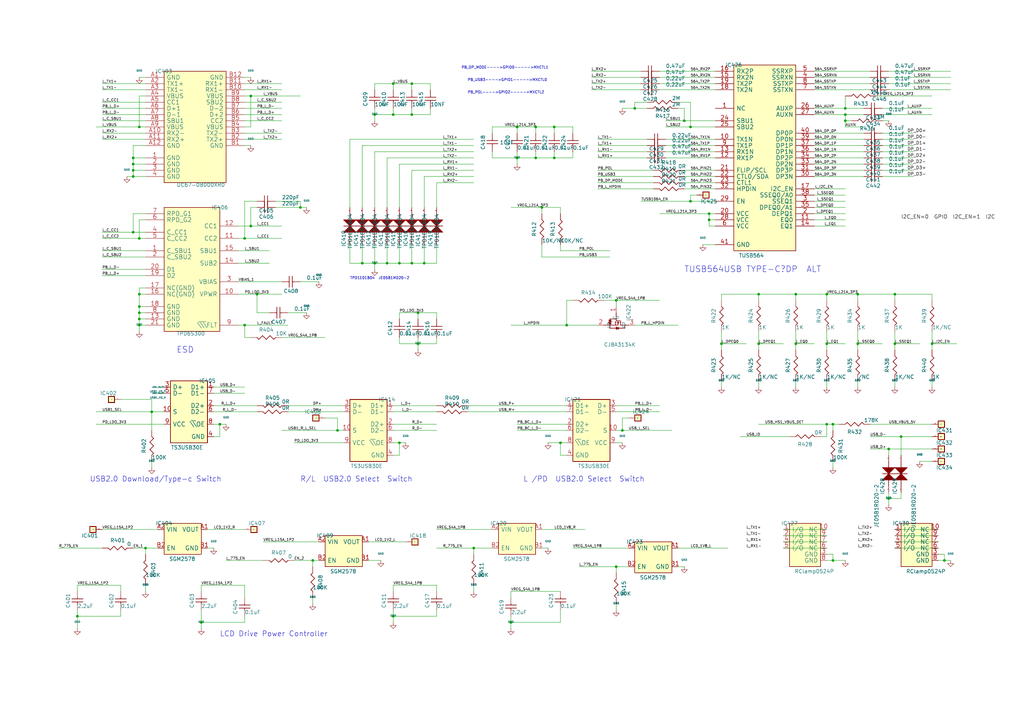
<source format=kicad_sch>
(kicad_sch (version 20211123) (generator eeschema)
  (paper "A3")
  (junction (at 59.69 224.79))
  (junction (at 367.03 120.65))
  (junction (at 54.61 64.77))
  (junction (at 163.83 107.95))
  (junction (at 311.15 140.97))
  (junction (at 295.91 140.97))
  (junction (at 54.61 72.39))
  (junction (at 209.55 255.27))
  (junction (at 280.67 49.53))
  (junction (at 153.67 107.95))
  (junction (at 351.79 140.97))
  (junction (at 212.09 64.77))
  (junction (at 219.71 52.07))
  (junction (at 369.57 179.07))
  (junction (at 100.33 133.35))
  (junction (at 102.87 39.37))
  (junction (at 255.27 176.53))
  (junction (at 326.39 140.97))
  (junction (at 171.45 140.97))
  (junction (at 57.15 52.07))
  (junction (at 163.83 181.61))
  (junction (at 341.63 173.99))
  (junction (at 252.73 232.41))
  (junction (at 212.09 52.07))
  (junction (at 161.29 34.29))
  (junction (at 339.09 140.97))
  (junction (at 283.21 52.07))
  (junction (at 54.61 67.31))
  (junction (at 219.71 64.77))
  (junction (at 364.49 204.47))
  (junction (at 62.23 168.91))
  (junction (at 346.71 49.53))
  (junction (at 260.35 44.45))
  (junction (at 57.15 97.79))
  (junction (at 153.67 46.99))
  (junction (at 57.15 120.65))
  (junction (at 311.15 120.65))
  (junction (at 161.29 46.99))
  (junction (at 57.15 128.27))
  (junction (at 341.63 229.87))
  (junction (at 105.41 120.65))
  (junction (at 387.35 229.87))
  (junction (at 148.59 107.95))
  (junction (at 161.29 252.73))
  (junction (at 100.33 97.79))
  (junction (at 290.83 87.63))
  (junction (at 351.79 120.65))
  (junction (at 168.91 46.99))
  (junction (at 222.25 85.09))
  (junction (at 232.41 133.35))
  (junction (at 57.15 125.73))
  (junction (at 31.75 252.73))
  (junction (at 57.15 133.35))
  (junction (at 158.75 107.95))
  (junction (at 252.73 123.19))
  (junction (at 339.09 120.65))
  (junction (at 102.87 92.71))
  (junction (at 138.43 176.53))
  (junction (at 229.87 181.61))
  (junction (at 168.91 107.95))
  (junction (at 90.17 173.99))
  (junction (at 326.39 120.65))
  (junction (at 346.71 44.45))
  (junction (at 290.83 90.17))
  (junction (at 171.45 128.27))
  (junction (at 82.55 255.27))
  (junction (at 227.33 52.07))
  (junction (at 168.91 34.29))
  (junction (at 123.19 85.09))
  (junction (at 364.49 184.15))
  (junction (at 283.21 82.55))
  (junction (at 128.27 229.87))
  (junction (at 173.99 107.95))
  (junction (at 339.09 173.99))
  (junction (at 227.33 64.77))
  (junction (at 367.03 140.97))
  (junction (at 346.71 46.99))
  (junction (at 382.27 140.97))
  (junction (at 57.15 130.81))
  (junction (at 54.61 95.25))
  (junction (at 194.31 224.79))
  (junction (at 54.61 69.85))
  (wire (pts (xy 209.55 252.73) (xy 209.55 255.27)))
  (wire (pts (xy 118.11 133.35) (xy 100.33 133.35)))
  (wire (pts (xy 252.73 123.19) (xy 252.73 125.73)))
  (wire (pts (xy 334.01 72.39) (xy 354.33 72.39)))
  (wire (pts (xy 326.39 140.97) (xy 334.01 140.97)))
  (wire (pts (xy 234.95 224.79) (xy 257.81 224.79)))
  (wire (pts (xy 293.37 49.53) (xy 280.67 49.53)))
  (wire (pts (xy 361.95 64.77) (xy 374.65 64.77)))
  (wire (pts (xy 125.73 85.09) (xy 123.19 85.09)))
  (wire (pts (xy 194.31 224.79) (xy 194.31 227.33)))
  (wire (pts (xy 222.25 85.09) (xy 229.87 85.09)))
  (wire (pts (xy 295.91 120.65) (xy 295.91 123.19)))
  (wire (pts (xy 339.09 135.89) (xy 339.09 140.97)))
  (wire (pts (xy 222.25 100.33) (xy 222.25 105.41)))
  (wire (pts (xy 100.33 240.03) (xy 100.33 245.11)))
  (wire (pts (xy 115.57 120.65) (xy 105.41 120.65)))
  (wire (pts (xy 179.07 242.57) (xy 179.07 240.03)))
  (wire (pts (xy 384.81 222.25) (xy 367.03 222.25)))
  (wire (pts (xy 118.11 166.37) (xy 140.97 166.37)))
  (wire (pts (xy 361.95 69.85) (xy 374.65 69.85)))
  (wire (pts (xy 209.55 242.57) (xy 209.55 245.11)))
  (wire (pts (xy 339.09 227.33) (xy 341.63 227.33)))
  (wire (pts (xy 270.51 36.83) (xy 293.37 36.83)))
  (wire (pts (xy 90.17 173.99) (xy 87.63 173.99)))
  (wire (pts (xy 242.57 36.83) (xy 262.89 36.83)))
  (wire (pts (xy 168.91 100.33) (xy 168.91 107.95)))
  (wire (pts (xy 153.67 107.95) (xy 153.67 110.49)))
  (wire (pts (xy 171.45 128.27) (xy 163.83 128.27)))
  (wire (pts (xy 49.53 240.03) (xy 31.75 240.03)))
  (wire (pts (xy 166.37 181.61) (xy 163.83 181.61)))
  (wire (pts (xy 41.91 57.15) (xy 59.69 57.15)))
  (wire (pts (xy 115.57 138.43) (xy 133.35 138.43)))
  (wire (pts (xy 194.31 224.79) (xy 179.07 224.79)))
  (wire (pts (xy 54.61 95.25) (xy 41.91 95.25)))
  (wire (pts (xy 273.05 59.69) (xy 293.37 59.69)))
  (wire (pts (xy 219.71 64.77) (xy 212.09 64.77)))
  (wire (pts (xy 64.77 158.75) (xy 67.31 158.75)))
  (wire (pts (xy 384.81 217.17) (xy 367.03 217.17)))
  (wire (pts (xy 280.67 49.53) (xy 273.05 49.53)))
  (wire (pts (xy 384.81 227.33) (xy 387.35 227.33)))
  (wire (pts (xy 334.01 62.23) (xy 354.33 62.23)))
  (wire (pts (xy 100.33 44.45) (xy 115.57 44.45)))
  (wire (pts (xy 384.81 224.79) (xy 367.03 224.79)))
  (wire (pts (xy 387.35 227.33) (xy 387.35 229.87)))
  (wire (pts (xy 369.57 179.07) (xy 356.87 179.07)))
  (wire (pts (xy 361.95 44.45) (xy 382.27 44.45)))
  (wire (pts (xy 191.77 168.91) (xy 232.41 168.91)))
  (wire (pts (xy 245.11 69.85) (xy 267.97 69.85)))
  (wire (pts (xy 245.11 64.77) (xy 265.43 64.77)))
  (wire (pts (xy 161.29 252.73) (xy 161.29 255.27)))
  (wire (pts (xy 118.11 168.91) (xy 140.97 168.91)))
  (wire (pts (xy 201.93 64.77) (xy 201.93 62.23)))
  (wire (pts (xy 290.83 90.17) (xy 290.83 92.71)))
  (wire (pts (xy 57.15 31.75) (xy 59.69 31.75)))
  (wire (pts (xy 280.67 69.85) (xy 293.37 69.85)))
  (wire (pts (xy 222.25 224.79) (xy 224.79 224.79)))
  (wire (pts (xy 367.03 120.65) (xy 382.27 120.65)))
  (wire (pts (xy 171.45 140.97) (xy 179.07 140.97)))
  (wire (pts (xy 351.79 156.21) (xy 351.79 158.75)))
  (wire (pts (xy 57.15 52.07) (xy 39.37 52.07)))
  (wire (pts (xy 143.51 107.95) (xy 148.59 107.95)))
  (wire (pts (xy 148.59 107.95) (xy 153.67 107.95)))
  (wire (pts (xy 232.41 133.35) (xy 209.55 133.35)))
  (wire (pts (xy 102.87 39.37) (xy 100.33 39.37)))
  (wire (pts (xy 161.29 44.45) (xy 161.29 46.99)))
  (wire (pts (xy 382.27 156.21) (xy 382.27 158.75)))
  (wire (pts (xy 245.11 133.35) (xy 232.41 133.35)))
  (wire (pts (xy 59.69 95.25) (xy 54.61 95.25)))
  (wire (pts (xy 41.91 36.83) (xy 59.69 36.83)))
  (wire (pts (xy 59.69 224.79) (xy 59.69 227.33)))
  (wire (pts (xy 334.01 34.29) (xy 356.87 34.29)))
  (wire (pts (xy 59.69 52.07) (xy 57.15 52.07)))
  (wire (pts (xy 57.15 125.73) (xy 57.15 128.27)))
  (wire (pts (xy 290.83 92.71) (xy 293.37 92.71)))
  (wire (pts (xy 229.87 242.57) (xy 209.55 242.57)))
  (wire (pts (xy 326.39 120.65) (xy 339.09 120.65)))
  (wire (pts (xy 82.55 255.27) (xy 100.33 255.27)))
  (wire (pts (xy 229.87 181.61) (xy 229.87 186.69)))
  (wire (pts (xy 369.57 179.07) (xy 369.57 186.69)))
  (wire (pts (xy 105.41 128.27) (xy 110.49 128.27)))
  (wire (pts (xy 41.91 44.45) (xy 59.69 44.45)))
  (wire (pts (xy 138.43 171.45) (xy 138.43 176.53)))
  (wire (pts (xy 168.91 44.45) (xy 168.91 46.99)))
  (wire (pts (xy 173.99 107.95) (xy 173.99 100.33)))
  (wire (pts (xy 361.95 54.61) (xy 374.65 54.61)))
  (wire (pts (xy 346.71 49.53) (xy 346.71 52.07)))
  (wire (pts (xy 232.41 133.35) (xy 232.41 123.19)))
  (wire (pts (xy 260.35 133.35) (xy 278.13 133.35)))
  (wire (pts (xy 334.01 36.83) (xy 356.87 36.83)))
  (wire (pts (xy 219.71 52.07) (xy 219.71 54.61)))
  (wire (pts (xy 57.15 97.79) (xy 41.91 97.79)))
  (wire (pts (xy 257.81 232.41) (xy 252.73 232.41)))
  (wire (pts (xy 153.67 107.95) (xy 158.75 107.95)))
  (wire (pts (xy 41.91 110.49) (xy 59.69 110.49)))
  (wire (pts (xy 161.29 34.29) (xy 161.29 36.83)))
  (wire (pts (xy 100.33 57.15) (xy 115.57 57.15)))
  (wire (pts (xy 105.41 120.65) (xy 97.79 120.65)))
  (wire (pts (xy 128.27 245.11) (xy 128.27 247.65)))
  (wire (pts (xy 57.15 97.79) (xy 57.15 90.17)))
  (wire (pts (xy 270.51 34.29) (xy 293.37 34.29)))
  (wire (pts (xy 369.57 204.47) (xy 364.49 204.47)))
  (wire (pts (xy 87.63 166.37) (xy 105.41 166.37)))
  (wire (pts (xy 41.91 113.03) (xy 59.69 113.03)))
  (wire (pts (xy 229.87 100.33) (xy 229.87 102.87)))
  (wire (pts (xy 100.33 34.29) (xy 115.57 34.29)))
  (wire (pts (xy 107.95 222.25) (xy 130.81 222.25)))
  (wire (pts (xy 161.29 240.03) (xy 161.29 242.57)))
  (wire (pts (xy 351.79 140.97) (xy 351.79 143.51)))
  (wire (pts (xy 293.37 82.55) (xy 283.21 82.55)))
  (wire (pts (xy 364.49 184.15) (xy 364.49 186.69)))
  (wire (pts (xy 128.27 229.87) (xy 120.65 229.87)))
  (wire (pts (xy 102.87 52.07) (xy 102.87 39.37)))
  (wire (pts (xy 255.27 176.53) (xy 252.73 176.53)))
  (wire (pts (xy 97.79 115.57) (xy 115.57 115.57)))
  (wire (pts (xy 168.91 107.95) (xy 173.99 107.95)))
  (wire (pts (xy 161.29 250.19) (xy 161.29 252.73)))
  (wire (pts (xy 361.95 72.39) (xy 374.65 72.39)))
  (wire (pts (xy 278.13 224.79) (xy 298.45 224.79)))
  (wire (pts (xy 100.33 138.43) (xy 102.87 138.43)))
  (wire (pts (xy 212.09 52.07) (xy 212.09 54.61)))
  (wire (pts (xy 334.01 57.15) (xy 354.33 57.15)))
  (wire (pts (xy 59.69 240.03) (xy 59.69 242.57)))
  (wire (pts (xy 62.23 163.83) (xy 62.23 168.91)))
  (wire (pts (xy 382.27 140.97) (xy 392.43 140.97)))
  (wire (pts (xy 339.09 222.25) (xy 321.31 222.25)))
  (wire (pts (xy 351.79 120.65) (xy 351.79 123.19)))
  (wire (pts (xy 245.11 72.39) (xy 267.97 72.39)))
  (wire (pts (xy 334.01 64.77) (xy 354.33 64.77)))
  (wire (pts (xy 326.39 120.65) (xy 326.39 123.19)))
  (wire (pts (xy 100.33 49.53) (xy 115.57 49.53)))
  (wire (pts (xy 382.27 120.65) (xy 382.27 123.19)))
  (wire (pts (xy 283.21 80.01) (xy 285.75 80.01)))
  (wire (pts (xy 123.19 115.57) (xy 130.81 115.57)))
  (wire (pts (xy 31.75 252.73) (xy 31.75 257.81)))
  (wire (pts (xy 41.91 54.61) (xy 59.69 54.61)))
  (wire (pts (xy 163.83 128.27) (xy 163.83 130.81)))
  (wire (pts (xy 194.31 62.23) (xy 153.67 62.23)))
  (wire (pts (xy 153.67 34.29) (xy 153.67 36.83)))
  (wire (pts (xy 377.19 189.23) (xy 382.27 189.23)))
  (wire (pts (xy 49.53 252.73) (xy 49.53 250.19)))
  (wire (pts (xy 334.01 82.55) (xy 346.71 82.55)))
  (wire (pts (xy 367.03 140.97) (xy 367.03 143.51)))
  (wire (pts (xy 100.33 36.83) (xy 115.57 36.83)))
  (wire (pts (xy 273.05 64.77) (xy 293.37 64.77)))
  (wire (pts (xy 384.81 219.71) (xy 367.03 219.71)))
  (wire (pts (xy 163.83 100.33) (xy 163.83 107.95)))
  (wire (pts (xy 64.77 224.79) (xy 59.69 224.79)))
  (wire (pts (xy 334.01 92.71) (xy 346.71 92.71)))
  (wire (pts (xy 364.49 31.75) (xy 389.89 31.75)))
  (wire (pts (xy 245.11 77.47) (xy 267.97 77.47)))
  (wire (pts (xy 382.27 179.07) (xy 369.57 179.07)))
  (wire (pts (xy 153.67 62.23) (xy 153.67 85.09)))
  (wire (pts (xy 39.37 173.99) (xy 67.31 173.99)))
  (wire (pts (xy 382.27 184.15) (xy 364.49 184.15)))
  (wire (pts (xy 364.49 49.53) (xy 361.95 49.53)))
  (wire (pts (xy 105.41 120.65) (xy 105.41 128.27)))
  (wire (pts (xy 49.53 163.83) (xy 62.23 163.83)))
  (wire (pts (xy 346.71 39.37) (xy 346.71 44.45)))
  (wire (pts (xy 278.13 232.41) (xy 280.67 232.41)))
  (wire (pts (xy 361.95 46.99) (xy 382.27 46.99)))
  (wire (pts (xy 168.91 34.29) (xy 161.29 34.29)))
  (wire (pts (xy 31.75 252.73) (xy 49.53 252.73)))
  (wire (pts (xy 232.41 181.61) (xy 229.87 181.61)))
  (wire (pts (xy 346.71 46.99) (xy 346.71 49.53)))
  (wire (pts (xy 57.15 120.65) (xy 57.15 125.73)))
  (wire (pts (xy 346.71 229.87) (xy 341.63 229.87)))
  (wire (pts (xy 179.07 252.73) (xy 179.07 250.19)))
  (wire (pts (xy 153.67 46.99) (xy 153.67 49.53)))
  (wire (pts (xy 334.01 69.85) (xy 354.33 69.85)))
  (wire (pts (xy 280.67 77.47) (xy 293.37 77.47)))
  (wire (pts (xy 54.61 72.39) (xy 52.07 72.39)))
  (wire (pts (xy 158.75 64.77) (xy 158.75 85.09)))
  (wire (pts (xy 295.91 140.97) (xy 306.07 140.97)))
  (wire (pts (xy 49.53 242.57) (xy 49.53 240.03)))
  (wire (pts (xy 227.33 52.07) (xy 227.33 54.61)))
  (wire (pts (xy 194.31 64.77) (xy 158.75 64.77)))
  (wire (pts (xy 295.91 156.21) (xy 295.91 158.75)))
  (wire (pts (xy 118.11 128.27) (xy 125.73 128.27)))
  (wire (pts (xy 334.01 67.31) (xy 354.33 67.31)))
  (wire (pts (xy 351.79 140.97) (xy 361.95 140.97)))
  (wire (pts (xy 31.75 240.03) (xy 31.75 242.57)))
  (wire (pts (xy 278.13 41.91) (xy 283.21 41.91)))
  (wire (pts (xy 120.65 181.61) (xy 140.97 181.61)))
  (wire (pts (xy 255.27 176.53) (xy 255.27 171.45)))
  (wire (pts (xy 212.09 62.23) (xy 212.09 64.77)))
  (wire (pts (xy 82.55 240.03) (xy 100.33 240.03)))
  (wire (pts (xy 354.33 44.45) (xy 346.71 44.45)))
  (wire (pts (xy 85.09 224.79) (xy 87.63 224.79)))
  (wire (pts (xy 361.95 57.15) (xy 374.65 57.15)))
  (wire (pts (xy 161.29 46.99) (xy 153.67 46.99)))
  (wire (pts (xy 57.15 52.07) (xy 57.15 39.37)))
  (wire (pts (xy 194.31 240.03) (xy 194.31 242.57)))
  (wire (pts (xy 326.39 135.89) (xy 326.39 140.97)))
  (wire (pts (xy 161.29 34.29) (xy 153.67 34.29)))
  (wire (pts (xy 41.91 217.17) (xy 64.77 217.17)))
  (wire (pts (xy 234.95 64.77) (xy 234.95 62.23)))
  (wire (pts (xy 161.29 173.99) (xy 179.07 173.99)))
  (wire (pts (xy 82.55 250.19) (xy 82.55 255.27)))
  (wire (pts (xy 57.15 133.35) (xy 59.69 133.35)))
  (wire (pts (xy 283.21 82.55) (xy 262.89 82.55)))
  (wire (pts (xy 273.05 57.15) (xy 293.37 57.15)))
  (wire (pts (xy 123.19 82.55) (xy 123.19 85.09)))
  (wire (pts (xy 128.27 229.87) (xy 128.27 232.41)))
  (wire (pts (xy 367.03 156.21) (xy 367.03 158.75)))
  (wire (pts (xy 222.25 217.17) (xy 240.03 217.17)))
  (wire (pts (xy 229.87 186.69) (xy 232.41 186.69)))
  (wire (pts (xy 59.69 72.39) (xy 54.61 72.39)))
  (wire (pts (xy 179.07 140.97) (xy 179.07 138.43)))
  (wire (pts (xy 209.55 255.27) (xy 229.87 255.27)))
  (wire (pts (xy 209.55 255.27) (xy 209.55 257.81)))
  (wire (pts (xy 270.51 123.19) (xy 252.73 123.19)))
  (wire (pts (xy 209.55 85.09) (xy 222.25 85.09)))
  (wire (pts (xy 191.77 166.37) (xy 232.41 166.37)))
  (wire (pts (xy 57.15 118.11) (xy 57.15 120.65)))
  (wire (pts (xy 387.35 229.87) (xy 384.81 229.87)))
  (wire (pts (xy 339.09 173.99) (xy 311.15 173.99)))
  (wire (pts (xy 100.33 46.99) (xy 115.57 46.99)))
  (wire (pts (xy 57.15 90.17) (xy 59.69 90.17)))
  (wire (pts (xy 171.45 140.97) (xy 171.45 143.51)))
  (wire (pts (xy 194.31 72.39) (xy 173.99 72.39)))
  (wire (pts (xy 194.31 59.69) (xy 148.59 59.69)))
  (wire (pts (xy 252.73 168.91) (xy 270.51 168.91)))
  (wire (pts (xy 334.01 80.01) (xy 346.71 80.01)))
  (wire (pts (xy 341.63 229.87) (xy 339.09 229.87)))
  (wire (pts (xy 351.79 120.65) (xy 367.03 120.65)))
  (wire (pts (xy 364.49 201.93) (xy 364.49 204.47)))
  (wire (pts (xy 153.67 100.33) (xy 153.67 107.95)))
  (wire (pts (xy 54.61 59.69) (xy 54.61 64.77)))
  (wire (pts (xy 102.87 92.71) (xy 97.79 92.71)))
  (wire (pts (xy 334.01 85.09) (xy 346.71 85.09)))
  (wire (pts (xy 102.87 85.09) (xy 105.41 85.09)))
  (wire (pts (xy 194.31 74.93) (xy 179.07 74.93)))
  (wire (pts (xy 92.71 229.87) (xy 107.95 229.87)))
  (wire (pts (xy 255.27 171.45) (xy 257.81 171.45)))
  (wire (pts (xy 367.03 120.65) (xy 367.03 123.19)))
  (wire (pts (xy 280.67 44.45) (xy 280.67 49.53)))
  (wire (pts (xy 158.75 100.33) (xy 158.75 107.95)))
  (wire (pts (xy 252.73 232.41) (xy 252.73 234.95)))
  (wire (pts (xy 41.91 46.99) (xy 59.69 46.99)))
  (wire (pts (xy 242.57 34.29) (xy 262.89 34.29)))
  (wire (pts (xy 168.91 46.99) (xy 161.29 46.99)))
  (wire (pts (xy 54.61 87.63) (xy 59.69 87.63)))
  (wire (pts (xy 288.29 100.33) (xy 293.37 100.33)))
  (wire (pts (xy 102.87 92.71) (xy 102.87 85.09)))
  (wire (pts (xy 227.33 64.77) (xy 234.95 64.77)))
  (wire (pts (xy 59.69 118.11) (xy 57.15 118.11)))
  (wire (pts (xy 270.51 31.75) (xy 293.37 31.75)))
  (wire (pts (xy 179.07 107.95) (xy 173.99 107.95)))
  (wire (pts (xy 31.75 250.19) (xy 31.75 252.73)))
  (wire (pts (xy 115.57 92.71) (xy 102.87 92.71)))
  (wire (pts (xy 260.35 41.91) (xy 265.43 41.91)))
  (wire (pts (xy 64.77 161.29) (xy 67.31 161.29)))
  (wire (pts (xy 87.63 168.91) (xy 105.41 168.91)))
  (wire (pts (xy 179.07 240.03) (xy 161.29 240.03)))
  (wire (pts (xy 176.53 36.83) (xy 176.53 34.29)))
  (wire (pts (xy 148.59 100.33) (xy 148.59 107.95)))
  (wire (pts (xy 194.31 69.85) (xy 168.91 69.85)))
  (wire (pts (xy 54.61 67.31) (xy 54.61 69.85)))
  (wire (pts (xy 334.01 77.47) (xy 346.71 77.47)))
  (wire (pts (xy 176.53 44.45) (xy 176.53 46.99)))
  (wire (pts (xy 356.87 173.99) (xy 382.27 173.99)))
  (wire (pts (xy 138.43 176.53) (xy 115.57 176.53)))
  (wire (pts (xy 339.09 120.65) (xy 351.79 120.65)))
  (wire (pts (xy 252.73 232.41) (xy 237.49 232.41)))
  (wire (pts (xy 115.57 97.79) (xy 100.33 97.79)))
  (wire (pts (xy 212.09 64.77) (xy 201.93 64.77)))
  (wire (pts (xy 311.15 120.65) (xy 295.91 120.65)))
  (wire (pts (xy 100.33 255.27) (xy 100.33 252.73)))
  (wire (pts (xy 334.01 31.75) (xy 356.87 31.75)))
  (wire (pts (xy 85.09 217.17) (xy 100.33 217.17)))
  (wire (pts (xy 361.95 67.31) (xy 374.65 67.31)))
  (wire (pts (xy 229.87 181.61) (xy 224.79 181.61)))
  (wire (pts (xy 153.67 44.45) (xy 153.67 46.99)))
  (wire (pts (xy 245.11 74.93) (xy 267.97 74.93)))
  (wire (pts (xy 59.69 97.79) (xy 57.15 97.79)))
  (wire (pts (xy 82.55 242.57) (xy 82.55 240.03)))
  (wire (pts (xy 252.73 166.37) (xy 270.51 166.37)))
  (wire (pts (xy 163.83 67.31) (xy 163.83 85.09)))
  (wire (pts (xy 163.83 186.69) (xy 163.83 181.61)))
  (wire (pts (xy 179.07 100.33) (xy 179.07 107.95)))
  (wire (pts (xy 278.13 44.45) (xy 280.67 44.45)))
  (wire (pts (xy 173.99 72.39) (xy 173.99 85.09)))
  (wire (pts (xy 59.69 67.31) (xy 54.61 67.31)))
  (wire (pts (xy 222.25 85.09) (xy 222.25 87.63)))
  (wire (pts (xy 67.31 168.91) (xy 62.23 168.91)))
  (wire (pts (xy 311.15 140.97) (xy 311.15 143.51)))
  (wire (pts (xy 364.49 34.29) (xy 389.89 34.29)))
  (wire (pts (xy 293.37 87.63) (xy 290.83 87.63)))
  (wire (pts (xy 100.33 52.07) (xy 102.87 52.07)))
  (wire (pts (xy 346.71 46.99) (xy 334.01 46.99)))
  (wire (pts (xy 179.07 217.17) (xy 201.93 217.17)))
  (wire (pts (xy 57.15 130.81) (xy 59.69 130.81)))
  (wire (pts (xy 87.63 179.07) (xy 90.17 179.07)))
  (wire (pts (xy 293.37 52.07) (xy 283.21 52.07)))
  (wire (pts (xy 219.71 62.23) (xy 219.71 64.77)))
  (wire (pts (xy 151.13 229.87) (xy 156.21 229.87)))
  (wire (pts (xy 270.51 29.21) (xy 293.37 29.21)))
  (wire (pts (xy 97.79 107.95) (xy 110.49 107.95)))
  (wire (pts (xy 295.91 135.89) (xy 295.91 140.97)))
  (wire (pts (xy 171.45 128.27) (xy 171.45 130.81)))
  (wire (pts (xy 161.29 176.53) (xy 179.07 176.53)))
  (wire (pts (xy 100.33 54.61) (xy 115.57 54.61)))
  (wire (pts (xy 41.91 41.91) (xy 59.69 41.91)))
  (wire (pts (xy 334.01 90.17) (xy 346.71 90.17)))
  (wire (pts (xy 326.39 156.21) (xy 326.39 158.75)))
  (wire (pts (xy 336.55 179.07) (xy 339.09 179.07)))
  (wire (pts (xy 171.45 138.43) (xy 171.45 140.97)))
  (wire (pts (xy 62.23 168.91) (xy 39.37 168.91)))
  (wire (pts (xy 341.63 173.99) (xy 341.63 176.53)))
  (wire (pts (xy 57.15 128.27) (xy 59.69 128.27)))
  (wire (pts (xy 339.09 140.97) (xy 339.09 143.51)))
  (wire (pts (xy 245.11 59.69) (xy 265.43 59.69)))
  (wire (pts (xy 361.95 62.23) (xy 374.65 62.23)))
  (wire (pts (xy 382.27 135.89) (xy 382.27 140.97)))
  (wire (pts (xy 113.03 82.55) (xy 123.19 82.55)))
  (wire (pts (xy 163.83 138.43) (xy 163.83 140.97)))
  (wire (pts (xy 57.15 133.35) (xy 57.15 130.81)))
  (wire (pts (xy 339.09 217.17) (xy 321.31 217.17)))
  (wire (pts (xy 148.59 59.69) (xy 148.59 85.09)))
  (wire (pts (xy 87.63 161.29) (xy 100.33 161.29)))
  (wire (pts (xy 339.09 179.07) (xy 339.09 173.99)))
  (wire (pts (xy 359.41 39.37) (xy 382.27 39.37)))
  (wire (pts (xy 158.75 107.95) (xy 163.83 107.95)))
  (wire (pts (xy 311.15 123.19) (xy 311.15 120.65)))
  (wire (pts (xy 41.91 49.53) (xy 59.69 49.53)))
  (wire (pts (xy 339.09 219.71) (xy 321.31 219.71)))
  (wire (pts (xy 361.95 59.69) (xy 374.65 59.69)))
  (wire (pts (xy 219.71 52.07) (xy 212.09 52.07)))
  (wire (pts (xy 176.53 34.29) (xy 168.91 34.29)))
  (wire (pts (xy 364.49 29.21) (xy 389.89 29.21)))
  (wire (pts (xy 229.87 255.27) (xy 229.87 250.19)))
  (wire (pts (xy 339.09 140.97) (xy 346.71 140.97)))
  (wire (pts (xy 100.33 82.55) (xy 105.41 82.55)))
  (wire (pts (xy 290.83 90.17) (xy 293.37 90.17)))
  (wire (pts (xy 339.09 224.79) (xy 321.31 224.79)))
  (wire (pts (xy 57.15 39.37) (xy 59.69 39.37)))
  (wire (pts (xy 161.29 168.91) (xy 179.07 168.91)))
  (wire (pts (xy 364.49 204.47) (xy 364.49 207.01)))
  (wire (pts (xy 123.19 39.37) (xy 102.87 39.37)))
  (wire (pts (xy 163.83 107.95) (xy 168.91 107.95)))
  (wire (pts (xy 168.91 69.85) (xy 168.91 85.09)))
  (wire (pts (xy 364.49 36.83) (xy 389.89 36.83)))
  (wire (pts (xy 252.73 181.61) (xy 255.27 181.61)))
  (wire (pts (xy 229.87 102.87) (xy 250.19 102.87)))
  (wire (pts (xy 364.49 184.15) (xy 356.87 184.15)))
  (wire (pts (xy 341.63 173.99) (xy 339.09 173.99)))
  (wire (pts (xy 59.69 224.79) (xy 54.61 224.79)))
  (wire (pts (xy 143.51 100.33) (xy 143.51 107.95)))
  (wire (pts (xy 100.33 133.35) (xy 100.33 138.43)))
  (wire (pts (xy 57.15 120.65) (xy 59.69 120.65)))
  (wire (pts (xy 260.35 44.45) (xy 260.35 41.91)))
  (wire (pts (xy 389.89 229.87) (xy 387.35 229.87)))
  (wire (pts (xy 168.91 34.29) (xy 168.91 36.83)))
  (wire (pts (xy 41.91 105.41) (xy 59.69 105.41)))
  (wire (pts (xy 194.31 57.15) (xy 143.51 57.15)))
  (wire (pts (xy 311.15 156.21) (xy 311.15 158.75)))
  (wire (pts (xy 326.39 140.97) (xy 326.39 143.51)))
  (wire (pts (xy 140.97 176.53) (xy 138.43 176.53)))
  (wire (pts (xy 242.57 29.21) (xy 262.89 29.21)))
  (wire (pts (xy 280.67 74.93) (xy 293.37 74.93)))
  (wire (pts (xy 212.09 64.77) (xy 212.09 67.31)))
  (wire (pts (xy 194.31 67.31) (xy 163.83 67.31)))
  (wire (pts (xy 334.01 59.69) (xy 354.33 59.69)))
  (wire (pts (xy 303.53 179.07) (xy 323.85 179.07)))
  (wire (pts (xy 62.23 189.23) (xy 62.23 191.77)))
  (wire (pts (xy 311.15 140.97) (xy 321.31 140.97)))
  (wire (pts (xy 92.71 173.99) (xy 90.17 173.99)))
  (wire (pts (xy 339.09 120.65) (xy 339.09 123.19)))
  (wire (pts (xy 234.95 52.07) (xy 227.33 52.07)))
  (wire (pts (xy 82.55 255.27) (xy 82.55 257.81)))
  (wire (pts (xy 100.33 97.79) (xy 100.33 82.55)))
  (wire (pts (xy 54.61 69.85) (xy 59.69 69.85)))
  (wire (pts (xy 339.09 156.21) (xy 339.09 158.75)))
  (wire (pts (xy 100.33 97.79) (xy 97.79 97.79)))
  (wire (pts (xy 143.51 57.15) (xy 143.51 85.09)))
  (wire (pts (xy 54.61 69.85) (xy 54.61 72.39)))
  (wire (pts (xy 100.33 59.69) (xy 102.87 59.69)))
  (wire (pts (xy 41.91 102.87) (xy 59.69 102.87)))
  (wire (pts (xy 344.17 173.99) (xy 341.63 173.99)))
  (wire (pts (xy 161.29 166.37) (xy 179.07 166.37)))
  (wire (pts (xy 334.01 29.21) (xy 356.87 29.21)))
  (wire (pts (xy 201.93 52.07) (xy 201.93 54.61)))
  (wire (pts (xy 229.87 85.09) (xy 229.87 87.63)))
  (wire (pts (xy 24.13 224.79) (xy 41.91 224.79)))
  (wire (pts (xy 295.91 140.97) (xy 295.91 143.51)))
  (wire (pts (xy 41.91 34.29) (xy 59.69 34.29)))
  (wire (pts (xy 283.21 52.07) (xy 273.05 52.07)))
  (wire (pts (xy 212.09 52.07) (xy 201.93 52.07)))
  (wire (pts (xy 90.17 179.07) (xy 90.17 173.99)))
  (wire (pts (xy 179.07 74.93) (xy 179.07 85.09)))
  (wire (pts (xy 222.25 105.41) (xy 250.19 105.41)))
  (wire (pts (xy 280.67 72.39) (xy 293.37 72.39)))
  (wire (pts (xy 341.63 189.23) (xy 341.63 191.77)))
  (wire (pts (xy 100.33 31.75) (xy 102.87 31.75)))
  (wire (pts (xy 161.29 252.73) (xy 179.07 252.73)))
  (wire (pts (xy 57.15 125.73) (xy 59.69 125.73)))
  (wire (pts (xy 133.35 171.45) (xy 138.43 171.45)))
  (wire (pts (xy 54.61 64.77) (xy 59.69 64.77)))
  (wire (pts (xy 57.15 128.27) (xy 57.15 130.81)))
  (wire (pts (xy 176.53 46.99) (xy 168.91 46.99)))
  (wire (pts (xy 212.09 173.99) (xy 232.41 173.99)))
  (wire (pts (xy 100.33 133.35) (xy 97.79 133.35)))
  (wire (pts (xy 163.83 140.97) (xy 171.45 140.97)))
  (wire (pts (xy 227.33 62.23) (xy 227.33 64.77)))
  (wire (pts (xy 130.81 229.87) (xy 128.27 229.87)))
  (wire (pts (xy 227.33 64.77) (xy 219.71 64.77)))
  (wire (pts (xy 311.15 120.65) (xy 326.39 120.65)))
  (wire (pts (xy 245.11 57.15) (xy 265.43 57.15)))
  (wire (pts (xy 311.15 135.89) (xy 311.15 140.97)))
  (wire (pts (xy 283.21 82.55) (xy 283.21 80.01)))
  (wire (pts (xy 334.01 54.61) (xy 354.33 54.61)))
  (wire (pts (xy 346.71 49.53) (xy 349.25 49.53)))
  (wire (pts (xy 367.03 135.89) (xy 367.03 140.97)))
  (wire (pts (xy 54.61 95.25) (xy 54.61 87.63)))
  (wire (pts (xy 123.19 85.09) (xy 113.03 85.09)))
  (wire (pts (xy 252.73 247.65) (xy 252.73 250.19)))
  (wire (pts (xy 351.79 135.89) (xy 351.79 140.97)))
  (wire (pts (xy 179.07 130.81) (xy 179.07 128.27)))
  (wire (pts (xy 341.63 227.33) (xy 341.63 229.87)))
  (wire (pts (xy 334.01 87.63) (xy 346.71 87.63)))
  (wire (pts (xy 273.05 62.23) (xy 293.37 62.23)))
  (wire (pts (xy 283.21 41.91) (xy 283.21 52.07)))
  (wire (pts (xy 367.03 140.97) (xy 377.19 140.97)))
  (wire (pts (xy 354.33 46.99) (xy 346.71 46.99)))
  (wire (pts (xy 290.83 87.63) (xy 270.51 87.63)))
  (wire (pts (xy 100.33 41.91) (xy 115.57 41.91)))
  (wire (pts (xy 212.09 176.53) (xy 232.41 176.53)))
  (wire (pts (xy 346.71 44.45) (xy 334.01 44.45)))
  (wire (pts (xy 234.95 54.61) (xy 234.95 52.07)))
  (wire (pts (xy 201.93 224.79) (xy 194.31 224.79)))
  (wire (pts (xy 369.57 201.93) (xy 369.57 204.47)))
  (wire (pts (xy 97.79 102.87) (xy 110.49 102.87)))
  (wire (pts (xy 252.73 123.19) (xy 247.65 123.19)))
  (wire (pts (xy 227.33 52.07) (xy 219.71 52.07)))
  (wire (pts (xy 161.29 186.69) (xy 163.83 186.69)))
  (wire (pts (xy 290.83 87.63) (xy 290.83 90.17)))
  (wire (pts (xy 57.15 135.89) (xy 57.15 133.35)))
  (wire (pts (xy 245.11 62.23) (xy 265.43 62.23)))
  (wire (pts (xy 275.59 176.53) (xy 255.27 176.53)))
  (wire (pts (xy 382.27 140.97) (xy 382.27 143.51)))
  (wire (pts (xy 163.83 181.61) (xy 161.29 181.61)))
  (wire (pts (xy 59.69 59.69) (xy 54.61 59.69)))
  (wire (pts (xy 87.63 158.75) (xy 100.33 158.75)))
  (wire (pts (xy 62.23 168.91) (xy 62.23 176.53)))
  (wire (pts (xy 179.07 128.27) (xy 171.45 128.27)))
  (wire (pts (xy 260.35 44.45) (xy 255.27 44.45)))
  (wire (pts (xy 242.57 31.75) (xy 262.89 31.75)))
  (wire (pts (xy 346.71 52.07) (xy 354.33 52.07)))
  (wire (pts (xy 232.41 123.19) (xy 234.95 123.19)))
  (wire (pts (xy 54.61 64.77) (xy 54.61 67.31)))
  (wire (pts (xy 265.43 44.45) (xy 260.35 44.45)))
  (wire (pts (xy 151.13 222.25) (xy 166.37 222.25)))
  (text "R/L  USB2.0 Select  Switch" (at 123.19 197.866 0) (effects (font (size 2.1336 2.1336)) (justify left bottom)))
  (text "PB_DP_MODE---->GPIO0----->MXCTL1" (at 189.23 28.448 0) (effects (font (size 1.0668 1.0668)) (justify left bottom)))
  (text "L /PD  USB2.0 Select  Switch" (at 214.63 197.866 0) (effects (font (size 2.1336 2.1336)) (justify left bottom)))
  (text "TPD1E01B04  JE05B1MD20-2" (at 143.51 114.808 0) (effects (font (size 1.0668 1.0668)) (justify left bottom)))
  (text "TUSB564USB TYPE-C?DP  ALT" (at 280.67 112.014 0) (effects (font (size 2.4384 2.4384)) (justify left bottom)))
  (text "ESD" (at 72.39 145.034 0) (effects (font (size 2.4384 2.4384)) (justify left bottom)))
  (text "USB2.0 Download/Type-c Switch" (at 36.83 197.866 0) (effects (font (size 2.1336 2.1336)) (justify left bottom)))
  (text "PB_USB3---->GPIO1----->MXCTL0" (at 191.77 33.528 0) (effects (font (size 1.0668 1.0668)) (justify left bottom)))
  (text "LCD Drive Power Controller" (at 90.17 261.366 0) (effects (font (size 2.1336 2.1336)) (justify left bottom)))
  (text "PB_POL---->GPIO2----->MXCTL2" (at 191.77 38.608 0) (effects (font (size 1.0668 1.0668)) (justify left bottom)))
  (label "L_TX2+" (at 181.61 62.23 0) (effects (font (size 1.0668 1.0668))))
  (label "L_DPEQ1" (at 334.772 87.63 0) (effects (font (size 1.0668 1.0668))))
  (label "L_C_CC1" (at 41.91 95.25 0) (effects (font (size 1.0668 1.0668))))
  (label "PB_L_D+" (at 41.91 113.03 0) (effects (font (size 1.0668 1.0668))))
  (label "PB_L_D-" (at 105.41 44.45 0) (effects (font (size 1.0668 1.0668))))
  (label "L_RX2-" (at 41.91 54.61 0) (effects (font (size 1.0668 1.0668))))
  (label "564_RX2N" (at 283.21 31.75 0) (effects (font (size 1.0668 1.0668))))
  (label "L_TX1+" (at 41.91 34.29 0) (effects (font (size 1.0668 1.0668))))
  (label "564_SSRXN" (at 334.01 31.75 0) (effects (font (size 1.0668 1.0668))))
  (label "R_L_D-" (at 91.186 168.91 0) (effects (font (size 1.0668 1.0668))))
  (label "VREG_L21A_3P3" (at 273.05 87.63 0) (effects (font (size 1.0668 1.0668))))
  (label "DP_D0+" (at 372.11 54.61 0))
  (label "L_AUXN" (at 372.11 46.99 0) (effects (font (size 1.0668 1.0668))))
  (label "VREG_S4A_1P8" (at 252.73 123.19 0) (effects (font (size 1.0668 1.0668))))
  (label "VREG_S4A_1P8" (at 118.11 138.43 0) (effects (font (size 1.0668 1.0668))))
  (label "VREG_L21A_3P3" (at 207.01 52.07 0) (effects (font (size 1.0668 1.0668))))
  (label "L_TX2-" (at 181.61 64.77 0) (effects (font (size 1.0668 1.0668))))
  (label "L_EQ0" (at 338.074 90.17 0) (effects (font (size 1.0668 1.0668))))
  (label "564_SSTXN" (at 334.01 36.83 0) (effects (font (size 1.0668 1.0668))))
  (label "564_PIN23" (at 283.21 74.93 0) (effects (font (size 1.0668 1.0668))))
  (label "L_VBUS" (at 107.95 39.37 0) (effects (font (size 1.0668 1.0668))))
  (label "DM+" (at 128.27 168.91 0) (effects (font (size 1.0668 1.0668))))
  (label "564_TX1N" (at 283.21 57.15 0) (effects (font (size 1.0668 1.0668))))
  (label "L_TX1-" (at 306.07 219.71 0) (effects (font (size 1.0668 1.0668))))
  (label "564_DP_3P" (at 334.01 69.85 0) (effects (font (size 1.0668 1.0668))))
  (label "VREG_L21A_3P3" (at 361.95 39.37 0) (effects (font (size 1.0668 1.0668))))
  (label "USB_VBUS_5V" (at 364.49 173.99 0) (effects (font (size 1.0668 1.0668))))
  (label "L_SSRXN" (at 374.65 31.75 0) (effects (font (size 1.0668 1.0668))))
  (label "L_I2C_EN" (at 382.27 140.97 0) (effects (font (size 1.0668 1.0668))))
  (label "VREG_L15A_1P2" (at 41.91 217.17 0) (effects (font (size 1.0668 1.0668))))
  (label "L_SSEQ0" (at 351.79 140.97 0) (effects (font (size 1.0668 1.0668))))
  (label "PB_L_D+" (at 260.35 166.37 0) (effects (font (size 1.0668 1.0668))))
  (label "L_TX2+" (at 351.79 217.17 0) (effects (font (size 1.0668 1.0668))))
  (label "PB_DP_MODE" (at 245.11 74.93 0) (effects (font (size 1.0668 1.0668))))
  (label "L_SBU1" (at 273.05 49.53 0) (effects (font (size 1.0668 1.0668))))
  (label "VREG_L15A_1P2" (at 82.55 240.03 0) (effects (font (size 1.0668 1.0668))))
  (label "L_TX2-" (at 351.79 219.71 0) (effects (font (size 1.0668 1.0668))))
  (label "USB_D-" (at 90.17 161.29 0) (effects (font (size 1.0668 1.0668))))
  (label "L_CC1" (at 105.41 97.79 0) (effects (font (size 1.0668 1.0668))))
  (label "PB_L_D+" (at 105.41 46.99 0) (effects (font (size 1.0668 1.0668))))
  (label "L_SSTXN" (at 374.65 36.83 0) (effects (font (size 1.0668 1.0668))))
  (label "LCD_1V8_L" (at 283.21 224.79 0) (effects (font (size 1.0668 1.0668))))
  (label "L_AUXP" (at 372.11 44.45 0) (effects (font (size 1.0668 1.0668))))
  (label "PB_POL" (at 245.11 69.85 0) (effects (font (size 1.0668 1.0668))))
  (label "VREG_L15A_1P2" (at 31.75 240.03 0) (effects (font (size 1.0668 1.0668))))
  (label "L_C_CC1" (at 41.91 41.91 0) (effects (font (size 1.0668 1.0668))))
  (label "L_DPEQ0" (at 334.772 85.09 0) (effects (font (size 1.0668 1.0668))))
  (label "564_DP_2N" (at 334.01 67.31 0) (effects (font (size 1.0668 1.0668))))
  (label "DP_D2+" (at 372.11 64.77 0))
  (label "DP_D2-" (at 372.11 67.31 0))
  (label "L_DPEQ0" (at 295.91 140.97 0) (effects (font (size 1.0668 1.0668))))
  (label "DP_D3-" (at 372.11 72.39 0))
  (label "L_TX1-" (at 41.91 36.83 0) (effects (font (size 1.0668 1.0668))))
  (label "PB_L_HPDIN" (at 262.89 133.35 0) (effects (font (size 1.0668 1.0668))))
  (label "EN_2" (at 120.65 229.87 0) (effects (font (size 1.0668 1.0668))))
  (label "VREG_L21A_3P3" (at 339.09 120.65 0) (effects (font (size 1.0668 1.0668))))
  (label "564_DP_3N" (at 334.01 72.39 0) (effects (font (size 1.0668 1.0668))))
  (label "DP_D1+" (at 372.11 59.69 0))
  (label "L_RX1-" (at 306.07 224.79 0) (effects (font (size 1.0668 1.0668))))
  (label "LCD_1V8_R" (at 227.33 217.17 0) (effects (font (size 1.0668 1.0668))))
  (label "PB_L_D-" (at 260.35 168.91 0) (effects (font (size 1.0668 1.0668))))
  (label "AUXN" (at 346.71 52.07 0) (effects (font (size 1.0668 1.0668))))
  (label "PB_POL" (at 237.49 102.87 0) (effects (font (size 1.0668 1.0668))))
  (label "L_D+" (at 164.338 166.37 0) (effects (font (size 1.0668 1.0668))))
  (label "LCD_1V2_L" (at 153.67 222.25 0) (effects (font (size 1.0668 1.0668))))
  (label "USB_D+" (at 90.17 158.75 0) (effects (font (size 1.0668 1.0668))))
  (label "L_775_EN" (at 92.71 229.87 0) (effects (font (size 1.0668 1.0668))))
  (label "L_I2C_EN" (at 334.264 77.47 0) (effects (font (size 1.0668 1.0668))))
  (label "L_EQ1" (at 339.09 140.97 0) (effects (font (size 1.0668 1.0668))))
  (label "L_RX2+" (at 242.57 29.21 0) (effects (font (size 1.0668 1.0668))))
  (label "L_TX1-" (at 245.11 57.15 0) (effects (font (size 1.0668 1.0668))))
  (label "PB_L_HPDIN" (at 245.11 77.47 0) (effects (font (size 1.0668 1.0668))))
  (label "L_TX2-" (at 242.57 36.83 0) (effects (font (size 1.0668 1.0668))))
  (label "USB_ID" (at 306.07 179.07 0) (effects (font (size 1.0668 1.0668))))
  (label "L_EQ0" (at 326.39 140.97 0) (effects (font (size 1.0668 1.0668))))
  (label "L_C_SBU1" (at 41.91 49.53 0) (effects (font (size 1.0668 1.0668))))
  (label "L_775_EN" (at 237.49 232.41 0) (effects (font (size 1.0668 1.0668))))
  (label "R_L_D+" (at 90.678 166.37 0) (effects (font (size 1.0668 1.0668))))
  (label "L_RX1-" (at 245.11 62.23 0) (effects (font (size 1.0668 1.0668))))
  (label "L_TX1+" (at 245.11 59.69 0) (effects (font (size 1.0668 1.0668))))
  (label "PB_L_D+" (at 41.91 44.45 0) (effects (font (size 1.0668 1.0668))))
  (label "R_775_EN" (at 181.61 224.79 0) (effects (font (size 1.0668 1.0668))))
  (label "R_D+" (at 168.91 173.99 0) (effects (font (size 1.0668 1.0668))))
  (label "564_TX2N" (at 283.21 36.83 0) (effects (font (size 1.0668 1.0668))))
  (label "L_TX2-" (at 107.95 54.61 0) (effects (font (size 1.0668 1.0668))))
  (label "L_EQ1" (at 338.074 92.71 0) (effects (font (size 1.0668 1.0668))))
  (label "564_DP_1P" (at 334.01 59.69 0) (effects (font (size 1.0668 1.0668))))
  (label "USB_L_SEL" (at 257.81 176.53 0) (effects (font (size 1.0668 1.0668))))
  (label "DP_D1-" (at 372.11 62.23 0))
  (label "L_C_CC2" (at 105.41 49.53 0) (effects (font (size 1.0668 1.0668))))
  (label "PD_LDO_3V3" (at 41.91 173.99 0) (effects (font (size 1.0668 1.0668))))
  (label "DP_D3+" (at 372.11 69.85 0))
  (label "L_DPEQ1" (at 311.15 140.97 0) (effects (font (size 1.0668 1.0668))))
  (label "L_RX2-" (at 351.79 224.79 0) (effects (font (size 1.0668 1.0668))))
  (label "L_C_CC2" (at 41.91 97.79 0) (effects (font (size 1.0668 1.0668))))
  (label "564_DP_2P" (at 334.01 64.77 0) (effects (font (size 1.0668 1.0668))))
  (label "USB_M+" (at 204.47 168.91 0) (effects (font (size 1.0668 1.0668))))
  (label "564_SSRXP" (at 334.01 29.21 0) (effects (font (size 1.0668 1.0668))))
  (label "VREG_S4A_1P8" (at 179.07 217.17 0) (effects (font (size 1.0668 1.0668))))
  (label "PB_L_D-" (at 41.91 110.49 0) (effects (font (size 1.0668 1.0668))))
  (label "L_RX1-" (at 181.61 69.85 0) (effects (font (size 1.0668 1.0668))))
  (label "L_D-" (at 164.846 168.91 0) (effects (font (size 1.0668 1.0668))))
  (label "564_AUXP" (at 334.01 44.45 0) (effects (font (size 1.0668 1.0668))))
  (label "L_TX2+" (at 242.57 34.29 0) (effects (font (size 1.0668 1.0668))))
  (label "L_RX2+" (at 181.61 72.39 0) (effects (font (size 1.0668 1.0668))))
  (label "564_PIN32" (at 283.21 77.47 0) (effects (font (size 1.0668 1.0668))))
  (label "L_RX2+" (at 351.79 222.25 0) (effects (font (size 1.0668 1.0668))))
  (label "564_PIN21" (at 283.21 69.85 0) (effects (font (size 1.0668 1.0668))))
  (label "L_SBU2" (at 273.05 52.07 0) (effects (font (size 1.0668 1.0668))))
  (label "L_SBU1" (at 100.33 102.87 0) (effects (font (size 1.0668 1.0668))))
  (label "VBIAS_1" (at 97.79 115.57 0) (effects (font (size 1.0668 1.0668))))
  (label "TUSB1064_EN" (at 262.89 82.55 0) (effects (font (size 1.0668 1.0668))))
  (label "L_RX1+" (at 306.07 222.25 0) (effects (font (size 1.0668 1.0668))))
  (label "L_RX2+" (at 41.91 57.15 0) (effects (font (size 1.0668 1.0668))))
  (label "PB_BC_L_D-" (at 212.09 176.53 0) (effects (font (size 1.0668 1.0668))))
  (label "L_C_SBU1" (at 41.91 102.87 0) (effects (font (size 1.0668 1.0668))))
  (label "LCD_1V2_R" (at 87.63 217.17 0) (effects (font (size 1.0668 1.0668))))
  (label "L_SSRXP" (at 374.65 29.21 0) (effects (font (size 1.0668 1.0668))))
  (label "L_HPDIN" (at 214.63 133.35 0) (effects (font (size 1.0668 1.0668))))
  (label "564_TX2P" (at 283.21 34.29 0) (effects (font (size 1.0668 1.0668))))
  (label "USB1_R_L_SEL" (at 118.11 176.53 0) (effects (font (size 1.0668 1.0668))))
  (label "L_SSTXP" (at 374.65 34.29 0) (effects (font (size 1.0668 1.0668))))
  (label "VREG_S4A_1P8" (at 209.55 242.57 0) (effects (font (size 1.0668 1.0668))))
  (label "564_DP_0N" (at 334.01 57.15 0) (effects (font (size 1.0668 1.0668))))
  (label "L_VBUS" (at 161.29 34.29 0) (effects (font (size 1.0668 1.0668))))
  (label "L_TX2+" (at 107.95 57.15 0) (effects (font (size 1.0668 1.0668))))
  (label "PB_USB3" (at 245.11 72.39 0) (effects (font (size 1.0668 1.0668))))
  (label "PD_LDO_3V3" (at 100.33 120.65 0) (effects (font (size 1.0668 1.0668))))
  (label "L_SSEQ1" (at 335.026 82.55 0) (effects (font (size 1.0668 1.0668))))
  (label "L_TX1+" (at 181.61 57.15 0) (effects (font (size 1.0668 1.0668))))
  (label "564_AUXN" (at 334.01 46.99 0) (effects (font (size 1.0668 1.0668))))
  (label "L_C_SBU2" (at 105.41 41.91 0) (effects (font (size 1.0668 1.0668))))
  (label "L_FAULT" (at 105.41 133.35 0) (effects (font (size 1.0668 1.0668))))
  (label "564_PIN22" (at 283.21 72.39 0) (effects (font (size 1.0668 1.0668))))
  (label "PB_BC_L_D+" (at 212.09 173.99 0) (effects (font (size 1.0668 1.0668))))
  (label "L_RX1-" (at 105.41 36.83 0) (effects (font (size 1.0668 1.0668))))
  (label "VREG_S4A_1P8" (at 234.95 224.79 0) (effects (font (size 1.0668 1.0668))))
  (label "USB_HS1_VBUS_DET" (at 313.69 173.99 0) (effects (font (size 1.0668 1.0668))))
  (label "L_TX1+" (at 306.07 217.17 0) (effects (font (size 1.0668 1.0668))))
  (label "USB_D+" (at 356.87 184.15 0) (effects (font (size 1.0668 1.0668))))
  (label "DP_D0-" (at 372.11 57.15 0))
  (label "564_DP_0P" (at 334.01 54.61 0) (effects (font (size 1.0668 1.0668))))
  (label "I2C_EN=0  GPIO  I2C_EN=1  I2C" (at 369.57 90.17 0) (effects (font (size 1.524 1.524))))
  (label "PB_USB3" (at 237.49 105.41 0) (effects (font (size 1.0668 1.0668))))
  (label "L_RX1+" (at 245.11 64.77 0) (effects (font (size 1.0668 1.0668))))
  (label "L_SBU2" (at 100.33 107.95 0) (effects (font (size 1.0668 1.0668))))
  (label "VREG_L15A_1P2" (at 107.95 222.25 0) (effects (font (size 1.0668 1.0668))))
  (label "L_RX1+" (at 181.61 67.31 0) (effects (font (size 1.0668 1.0668))))
  (label "L_RX1+" (at 105.41 34.29 0) (effects (font (size 1.0668 1.0668))))
  (label "564_DP_1N" (at 334.01 62.23 0) (effects (font (size 1.0668 1.0668))))
  (label "L_CC1" (at 105.41 92.71 0) (effects (font (size 1.0668 1.0668))))
  (label "EN_1" (at 54.61 224.79 0) (effects (font (size 1.0668 1.0668))))
  (label "564_TX1P" (at 283.21 59.69 0) (effects (font (size 1.0668 1.0668))))
  (label "USB_D-" (at 356.87 179.07 0) (effects (font (size 1.0668 1.0668))))
  (label "PD_LDO_3V3" (at 120.65 181.61 0) (effects (font (size 1.0668 1.0668))))
  (label "564_RX2P" (at 283.21 29.21 0) (effects (font (size 1.0668 1.0668))))
  (label "DP+" (at 128.27 166.37 0) (effects (font (size 1.0668 1.0668))))
  (label "R_D-" (at 168.91 176.53 0) (effects (font (size 1.0668 1.0668))))
  (label "564_SSTXP" (at 334.01 34.29 0) (effects (font (size 1.0668 1.0668))))
  (label "VREG_L21A_3P3" (at 212.09 85.09 0) (effects (font (size 1.0668 1.0668))))
  (label "PD_LDO_3V3" (at 163.83 128.27 0) (effects (font (size 1.0668 1.0668))))
  (label "564_RX1P" (at 283.21 64.77 0) (effects (font (size 1.0668 1.0668))))
  (label "L_RX2-" (at 181.61 74.93 0) (effects (font (size 1.0668 1.0668))))
  (label "564_RX1N" (at 283.21 62.23 0) (effects (font (size 1.0668 1.0668))))
  (label "USB1_SEL" (at 41.91 168.91 0) (effects (font (size 1.0668 1.0668))))
  (label "PB_L_D-" (at 41.91 46.99 0) (effects (font (size 1.0668 1.0668))))
  (label "R_775_EN" (at 24.13 224.79 0) (effects (font (size 1.0668 1.0668))))
  (label "L_C_SBU2" (at 41.91 105.41 0) (effects (font (size 1.0668 1.0668))))
  (label "L_SSEQ0" (at 335.026 80.01 0) (effects (font (size 1.0668 1.0668))))
  (label "L_VBUS" (at 41.91 52.07 0) (effects (font (size 1.0668 1.0668))))
  (label "L_TX1-" (at 181.61 59.69 0) (effects (font (size 1.0668 1.0668))))
  (label "L_SSEQ1" (at 367.03 140.97 0) (effects (font (size 1.0668 1.0668))))
  (label "L_RX2-" (at 242.57 31.75 0) (effects (font (size 1.0668 1.0668))))
  (label "USB_P+" (at 204.47 166.37 0) (effects (font (size 1.0668 1.0668))))
  (label "VREG_S4A_1P8" (at 161.29 240.03 0) (effects (font (size 1.0668 1.0668))))
  (symbol (lib_id "Wireless Video Glass:C") (at 356.87 72.39 90) (unit 1)
    (property "Reference" "C441" (at 358.14 73.66 90) (effects (font (size 1.524 1.524))))
    (property "Value" "0.1uF" (at 364.49 68.58 90) (effects (font (size 1.524 1.524)) (justify right top)))
  )
  (symbol (lib_id "Wireless Video Glass:R") (at 323.85 125.73 0) (unit 1)
    (property "Reference" "R426" (at 323.215 129.54 90) (effects (font (size 1.524 1.524))))
    (property "Value" "1K" (at 326.39 135.128 0) (effects (font (size 1.524 1.524)) (justify left bottom)))
  )
  (symbol (lib_id "Wireless Video Glass:R") (at 62.23 237.49 180) (unit 1)
    (property "Reference" "R403" (at 62.865 233.68 90) (effects (font (size 1.524 1.524))))
    (property "Value" "100K" (at 59.69 236.728 0) (effects (font (size 1.524 1.524)) (justify right top)))
  )
  (symbol (lib_id "TUSB564-SchDoc-rescue:T_POINT_S-") (at 171.45 219.71 0) (mirror y) (unit 1)
    (property "Reference" "IC418" (at 171.45 219.71 0) (effects (font (size 1.524 1.524))))
  )
  (symbol (lib_id "TUSB564-SchDoc-rescue:DIODE_1-") (at 156.21 97.79 90) (unit 1)
    (property "Reference" "IC413" (at 156.21 97.79 0) (effects (font (size 1.524 1.524))))
    (property "Value" "TPD1E01B04" (at 157.988 87.5284 0) (effects (font (size 1.524 1.524)) (justify right top)))
  )
  (symbol (lib_id "Wireless Video Glass:R") (at 196.85 237.49 180) (unit 1)
    (property "Reference" "R411" (at 197.485 233.68 90) (effects (font (size 1.524 1.524))))
    (property "Value" "100K" (at 194.31 236.728 0) (effects (font (size 1.524 1.524)) (justify right top)))
  )
  (symbol (lib_id "Wireless Video Glass:C") (at 113.03 130.81 90) (unit 1)
    (property "Reference" "C407" (at 114.3 132.08 90) (effects (font (size 1.524 1.524))))
    (property "Value" "0.1uF" (at 120.65 127.508 90) (effects (font (size 1.524 1.524)) (justify right top)))
  )
  (symbol (lib_id "Wireless Video Glass:C") (at 217.17 57.15 0) (unit 1)
    (property "Reference" "C421" (at 215.9 58.42 90) (effects (font (size 1.524 1.524))))
    (property "Value" "0.01uF" (at 219.71 61.468 0) (effects (font (size 1.524 1.524)) (justify left bottom)))
  )
  (symbol (lib_id "Wireless Video Glass:C") (at 356.87 49.53 90) (unit 1)
    (property "Reference" "C434" (at 358.14 50.8 90) (effects (font (size 1.524 1.524))))
    (property "Value" "0.1uF" (at 364.49 45.72 90) (effects (font (size 1.524 1.524)) (justify right top)))
  )
  (symbol (lib_id "TUSB564-SchDoc-rescue:T_POINT_S-") (at 387.35 181.61 180) (unit 1)
    (property "Reference" "IC432" (at 387.35 181.61 0) (effects (font (size 1.524 1.524))))
  )
  (symbol (lib_id "TUSB564-SchDoc-rescue:T_POINT_S-") (at 44.45 161.29 0) (unit 1)
    (property "Reference" "IC402" (at 44.45 161.29 0) (effects (font (size 1.524 1.524))))
  )
  (symbol (lib_id "Wireless Video Glass:C") (at 173.99 39.37 0) (unit 1)
    (property "Reference" "C415" (at 172.72 40.64 90) (effects (font (size 1.524 1.524))))
    (property "Value" "10NF" (at 176.53 43.688 0) (effects (font (size 1.524 1.524)) (justify left bottom)))
  )
  (symbol (lib_id "Wireless Video Glass:C") (at 199.39 57.15 0) (unit 1)
    (property "Reference" "C418" (at 198.12 58.42 90) (effects (font (size 1.524 1.524))))
    (property "Value" "10uF" (at 204.978 58.42 0) (effects (font (size 1.524 1.524)) (justify left)))
  )
  (symbol (lib_id "Wireless Video Glass:C") (at 356.87 67.31 90) (unit 1)
    (property "Reference" "C439" (at 358.14 68.58 90) (effects (font (size 1.524 1.524))))
    (property "Value" "0.1uF" (at 364.49 63.5 90) (effects (font (size 1.524 1.524)) (justify right top)))
  )
  (symbol (lib_id "Wireless Video Glass:R") (at 336.55 125.73 0) (unit 1)
    (property "Reference" "R429" (at 335.915 129.54 90) (effects (font (size 1.524 1.524))))
    (property "Value" "1K" (at 339.09 135.128 0) (effects (font (size 1.524 1.524)) (justify left bottom)))
  )
  (symbol (lib_id "Wireless Video Glass:R") (at 349.25 41.91 90) (unit 1)
    (property "Reference" "R433" (at 353.06 42.545 90) (effects (font (size 1.524 1.524))))
    (property "Value" "1M" (at 356.87 38.608 90) (effects (font (size 1.524 1.524)) (justify right top)))
  )
  (symbol (lib_id "Wireless Video Glass:C") (at 80.01 245.11 0) (unit 1)
    (property "Reference" "C403" (at 78.74 246.38 90) (effects (font (size 1.524 1.524))))
    (property "Value" "2.2uF" (at 82.55 249.428 0) (effects (font (size 1.524 1.524)) (justify left bottom)))
  )
  (symbol (lib_id "Wireless Video Glass:C") (at 46.99 245.11 0) (unit 1)
    (property "Reference" "C402" (at 45.72 246.38 90) (effects (font (size 1.524 1.524))))
    (property "Value" "0.1uF" (at 49.53 249.428 0) (effects (font (size 1.524 1.524)) (justify left bottom)))
  )
  (symbol (lib_id "Wireless Video Glass:R") (at 349.25 125.73 0) (unit 1)
    (property "Reference" "R434" (at 348.615 129.54 90) (effects (font (size 1.524 1.524))))
    (property "Value" "1K" (at 351.79 135.128 0) (effects (font (size 1.524 1.524)) (justify left bottom)))
  )
  (symbol (lib_id "TUSB564-SchDoc-rescue:SGM2578-") (at 204.47 214.63 0) (unit 1)
    (property "Reference" "IC420" (at 204.47 214.63 0) (effects (font (size 1.524 1.524))))
    (property "Value" "SGM2578" (at 206.502 230.124 0) (effects (font (size 1.524 1.524)) (justify left bottom)))
  )
  (symbol (lib_id "Wireless Video Glass:C") (at 209.55 57.15 0) (unit 1)
    (property "Reference" "C420" (at 208.28 58.42 90) (effects (font (size 1.524 1.524))))
    (property "Value" "0.01uF" (at 212.09 61.468 0) (effects (font (size 1.524 1.524)) (justify left bottom)))
  )
  (symbol (lib_id "Wireless Video Glass:R") (at 344.17 186.69 180) (unit 1)
    (property "Reference" "R431" (at 344.805 182.88 90) (effects (font (size 1.524 1.524))))
    (property "Value" "100K" (at 341.63 188.468 0) (effects (font (size 1.524 1.524)) (justify right top)))
  )
  (symbol (lib_id "Wireless Video Glass:C") (at 356.87 64.77 90) (unit 1)
    (property "Reference" "C438" (at 358.14 66.04 90) (effects (font (size 1.524 1.524))))
    (property "Value" "0.1uF" (at 364.49 60.96 90) (effects (font (size 1.524 1.524)) (justify right top)))
  )
  (symbol (lib_id "Wireless Video Glass:R") (at 130.81 242.57 180) (unit 1)
    (property "Reference" "R408" (at 131.445 238.76 90) (effects (font (size 1.524 1.524))))
    (property "Value" "100K" (at 128.27 241.808 0) (effects (font (size 1.524 1.524)) (justify right top)))
  )
  (symbol (lib_id "Wireless Video Glass:C") (at 359.41 39.37 90) (unit 1)
    (property "Reference" "C446" (at 360.68 40.64 90) (effects (font (size 1.524 1.524))))
    (property "Value" "0.1uF" (at 367.03 35.56 90) (effects (font (size 1.524 1.524)) (justify right top)))
  )
  (symbol (lib_id "Wireless Video Glass:R") (at 293.37 146.05 0) (unit 1)
    (property "Reference" "R423" (at 292.735 149.86 90) (effects (font (size 1.524 1.524))))
    (property "Value" "1K/NC" (at 295.91 155.448 0) (effects (font (size 1.524 1.524)) (justify left bottom)))
  )
  (symbol (lib_id "Wireless Video Glass:C") (at 158.75 245.11 0) (unit 1)
    (property "Reference" "C411" (at 157.48 246.38 90) (effects (font (size 1.524 1.524))))
    (property "Value" "2.2uF" (at 161.29 249.428 0) (effects (font (size 1.524 1.524)) (justify left bottom)))
  )
  (symbol (lib_id "Wireless Video Glass:C") (at 359.41 34.29 90) (unit 1)
    (property "Reference" "C444" (at 360.68 35.56 90) (effects (font (size 1.524 1.524))))
    (property "Value" "0.47uF" (at 367.03 30.48 90) (effects (font (size 1.524 1.524)) (justify right top)))
  )
  (symbol (lib_id "Wireless Video Glass:R") (at 219.71 90.17 0) (unit 1)
    (property "Reference" "R412" (at 219.075 93.98 90) (effects (font (size 1.524 1.524))))
    (property "Value" "10K/NC" (at 222.25 99.568 0) (effects (font (size 1.524 1.524)) (justify left bottom)))
  )
  (symbol (lib_id "Wireless Video Glass:R") (at 323.85 146.05 0) (unit 1)
    (property "Reference" "R427" (at 323.215 149.86 90) (effects (font (size 1.524 1.524))))
    (property "Value" "1K/NC" (at 326.39 155.448 0) (effects (font (size 1.524 1.524)) (justify left bottom)))
  )
  (symbol (lib_id "Wireless Video Glass:C") (at 158.75 39.37 0) (unit 1)
    (property "Reference" "C410" (at 157.48 40.64 90) (effects (font (size 1.524 1.524))))
    (property "Value" "10NF" (at 161.29 43.688 0) (effects (font (size 1.524 1.524)) (justify left bottom)))
  )
  (symbol (lib_id "Wireless Video Glass:C") (at 176.53 245.11 0) (unit 1)
    (property "Reference" "C417" (at 175.26 246.38 90) (effects (font (size 1.524 1.524))))
    (property "Value" "0.1uF" (at 179.07 249.428 0) (effects (font (size 1.524 1.524)) (justify left bottom)))
  )
  (symbol (lib_id "Wireless Video Glass:C") (at 267.97 67.31 90) (unit 1)
    (property "Reference" "C432" (at 269.24 68.58 90) (effects (font (size 1.524 1.524))))
    (property "Value" "0.47uF" (at 275.59 63.5 90) (effects (font (size 1.524 1.524)) (justify right top)))
  )
  (symbol (lib_id "TUSB564-SchDoc-rescue:SGM2578-") (at 260.35 222.25 0) (unit 1)
    (property "Reference" "IC423" (at 260.35 222.25 0) (effects (font (size 1.524 1.524))))
    (property "Value" "SGM2578" (at 262.382 237.744 0) (effects (font (size 1.524 1.524)) (justify left bottom)))
  )
  (symbol (lib_id "Wireless Video Glass:R") (at 308.61 146.05 0) (unit 1)
    (property "Reference" "R425" (at 307.975 149.86 90) (effects (font (size 1.524 1.524))))
    (property "Value" "1K/NC" (at 311.15 155.448 0) (effects (font (size 1.524 1.524)) (justify left bottom)))
  )
  (symbol (lib_id "TUSB564-SchDoc-rescue:DIODE_1-") (at 361.95 199.39 90) (unit 1)
    (property "Reference" "IC428" (at 361.95 199.39 0) (effects (font (size 1.524 1.524))))
    (property "Value" "JE05B1RD20-2" (at 358.648 198.5518 0) (effects (font (size 1.524 1.524)) (justify right top)))
  )
  (symbol (lib_id "TUSB564-SchDoc-rescue:T_POINT_S-") (at 387.35 176.53 180) (unit 1)
    (property "Reference" "IC431" (at 387.35 176.53 0) (effects (font (size 1.524 1.524))))
  )
  (symbol (lib_id "TUSB564-SchDoc-rescue:T_POINT_S-") (at 387.35 191.77 180) (unit 1)
    (property "Reference" "IC434" (at 387.35 191.77 0) (effects (font (size 1.524 1.524))))
  )
  (symbol (lib_id "TUSB564-SchDoc-rescue:DIODE_1-") (at 166.37 97.79 90) (unit 1)
    (property "Reference" "IC416" (at 166.37 97.79 0) (effects (font (size 1.524 1.524))))
    (property "Value" "TPD1E01B04" (at 168.148 87.5284 0) (effects (font (size 1.524 1.524)) (justify right top)))
  )
  (symbol (lib_id "Wireless Video Glass:C") (at 359.41 36.83 90) (unit 1)
    (property "Reference" "C445" (at 360.68 38.1 90) (effects (font (size 1.524 1.524))))
    (property "Value" "0.1uF" (at 367.03 33.02 90) (effects (font (size 1.524 1.524)) (justify right top)))
  )
  (symbol (lib_id "TUSB564-SchDoc-rescue:DIODE_1-") (at 367.03 199.39 90) (unit 1)
    (property "Reference" "IC429" (at 367.03 199.39 0) (effects (font (size 1.524 1.524))))
    (property "Value" "JE05B1RD20-2" (at 373.888 198.5518 0) (effects (font (size 1.524 1.524)) (justify right top)))
  )
  (symbol (lib_id "Wireless Video Glass:R") (at 245.11 120.65 270) (unit 1)
    (property "Reference" "R414" (at 241.3 120.015 90) (effects (font (size 1.524 1.524))))
    (property "Value" "100K" (at 245.11 122.428 90) (effects (font (size 1.524 1.524)) (justify left bottom)))
  )
  (symbol (lib_id "Wireless Video Glass:C") (at 29.21 245.11 0) (unit 1)
    (property "Reference" "C401" (at 27.94 246.38 90) (effects (font (size 1.524 1.524))))
    (property "Value" "2.2uF" (at 31.75 249.428 0) (effects (font (size 1.524 1.524)) (justify left bottom)))
  )
  (symbol (lib_id "TUSB564-SchDoc-rescue:TUSB564-") (at 300.99 26.67 0) (unit 1)
    (property "Reference" "IC426" (at 300.99 26.67 0) (effects (font (size 1.524 1.524))))
    (property "Value" "TUSB564" (at 303.022 105.664 0) (effects (font (size 1.524 1.524)) (justify left bottom)))
  )
  (symbol (lib_id "Wireless Video Glass:C") (at 356.87 59.69 90) (unit 1)
    (property "Reference" "C436" (at 358.14 60.96 90) (effects (font (size 1.524 1.524))))
    (property "Value" "0.1uF" (at 364.49 55.88 90) (effects (font (size 1.524 1.524)) (justify right top)))
  )
  (symbol (lib_id "TUSB564-SchDoc-rescue:TS3USB30E_0-") (at 158.75 163.83 0) (mirror y) (unit 1)
    (property "Reference" "IC414" (at 158.75 163.83 0) (effects (font (size 1.524 1.524))))
    (property "Value" "TS3USB30E" (at 143.764 192.024 0) (effects (font (size 1.524 1.524)) (justify right bottom)))
  )
  (symbol (lib_id "Wireless Video Glass:R") (at 278.13 67.31 270) (unit 1)
    (property "Reference" "R418" (at 274.32 66.675 90) (effects (font (size 1.524 1.524))))
    (property "Value" "0R" (at 278.13 69.088 90) (effects (font (size 1.524 1.524)) (justify left bottom)))
  )
  (symbol (lib_id "Wireless Video Glass:C") (at 356.87 62.23 90) (unit 1)
    (property "Reference" "C437" (at 358.14 63.5 90) (effects (font (size 1.524 1.524))))
    (property "Value" "0.1uF" (at 364.49 58.42 90) (effects (font (size 1.524 1.524)) (justify right top)))
  )
  (symbol (lib_id "TUSB564-SchDoc-rescue:TY-C_0-") (at 67.31 29.21 0) (unit 1)
    (property "Reference" "IC403" (at 67.31 29.21 0) (effects (font (size 1.524 1.524))))
    (property "Value" "UC67-0B000XR0" (at 72.39 76.708 0) (effects (font (size 1.524 1.524)) (justify left bottom)))
  )
  (symbol (lib_id "TUSB564-SchDoc-rescue:DIODE_1-") (at 171.45 97.79 90) (unit 1)
    (property "Reference" "IC417" (at 171.45 97.79 0) (effects (font (size 1.524 1.524))))
    (property "Value" "TPD1E01B04" (at 173.228 87.5284 0) (effects (font (size 1.524 1.524)) (justify right top)))
  )
  (symbol (lib_id "TUSB564-SchDoc-rescue:DIODE_1-") (at 151.13 97.79 90) (unit 1)
    (property "Reference" "IC412" (at 151.13 97.79 0) (effects (font (size 1.524 1.524))))
    (property "Value" "TPD1E01B04" (at 152.908 87.5284 0) (effects (font (size 1.524 1.524)) (justify right top)))
  )
  (symbol (lib_id "Wireless Video Glass:R") (at 59.69 179.07 0) (unit 1)
    (property "Reference" "R402" (at 59.055 182.88 90) (effects (font (size 1.524 1.524))))
    (property "Value" "100K" (at 62.23 188.468 0) (effects (font (size 1.524 1.524)) (justify left bottom)))
  )
  (symbol (lib_id "Wireless Video Glass:C") (at 265.43 36.83 90) (unit 1)
    (property "Reference" "C427" (at 266.7 38.1 90) (effects (font (size 1.524 1.524))))
    (property "Value" "0.22uF" (at 273.05 33.02 90) (effects (font (size 1.524 1.524)) (justify right top)))
  )
  (symbol (lib_id "Wireless Video Glass:C") (at 359.41 31.75 90) (unit 1)
    (property "Reference" "C443" (at 360.68 33.02 90) (effects (font (size 1.524 1.524))))
    (property "Value" "0.47uF" (at 367.03 27.94 90) (effects (font (size 1.524 1.524)) (justify right top)))
  )
  (symbol (lib_id "Wireless Video Glass:C") (at 161.29 133.35 0) (unit 1)
    (property "Reference" "C412" (at 160.02 134.62 90) (effects (font (size 1.524 1.524))))
    (property "Value" "0.01uF" (at 163.83 137.668 0) (effects (font (size 1.524 1.524)) (justify left bottom)))
  )
  (symbol (lib_id "TUSB564-SchDoc-rescue:TPD6S300-") (at 90.17 85.09 0) (mirror y) (unit 1)
    (property "Reference" "IC406" (at 90.17 85.09 0) (effects (font (size 1.524 1.524))))
    (property "Value" "TPD6S300" (at 72.39 137.668 0) (effects (font (size 1.524 1.524)) (justify right bottom)))
  )
  (symbol (lib_id "TUSB564-SchDoc-rescue:DIODE_1-") (at 176.53 97.79 90) (unit 1)
    (property "Reference" "IC419" (at 176.53 97.79 0) (effects (font (size 1.524 1.524))))
    (property "Value" "TPD1E01B04" (at 178.308 87.5284 0) (effects (font (size 1.524 1.524)) (justify right top)))
  )
  (symbol (lib_id "Wireless Video Glass:R") (at 364.49 125.73 0) (unit 1)
    (property "Reference" "R437" (at 363.855 129.54 90) (effects (font (size 1.524 1.524))))
    (property "Value" "1K" (at 367.03 135.128 0) (effects (font (size 1.524 1.524)) (justify left bottom)))
  )
  (symbol (lib_id "TUSB564-SchDoc-rescue:TS3USB30E_0-") (at 234.95 163.83 0) (unit 1)
    (property "Reference" "IC421" (at 234.95 163.83 0) (effects (font (size 1.524 1.524))))
    (property "Value" "TS3USB30E" (at 236.982 192.024 0) (effects (font (size 1.524 1.524)) (justify left bottom)))
  )
  (symbol (lib_id "Wireless Video Glass:C") (at 267.97 62.23 90) (unit 1)
    (property "Reference" "C430" (at 269.24 63.5 90) (effects (font (size 1.524 1.524))))
    (property "Value" "0.22uF" (at 275.59 58.42 90) (effects (font (size 1.524 1.524)) (justify right top)))
  )
  (symbol (lib_id "Wireless Video Glass:C") (at 151.13 39.37 0) (unit 1)
    (property "Reference" "C409" (at 149.86 40.64 90) (effects (font (size 1.524 1.524))))
    (property "Value" "10NF" (at 153.67 43.688 0) (effects (font (size 1.524 1.524)) (justify left bottom)))
  )
  (symbol (lib_id "TUSB564-SchDoc-rescue:T_POINT_S-") (at 387.35 186.69 180) (unit 1)
    (property "Reference" "IC433" (at 387.35 186.69 0) (effects (font (size 1.524 1.524))))
  )
  (symbol (lib_id "Wireless Video Glass:R") (at 308.61 125.73 0) (unit 1)
    (property "Reference" "R424" (at 307.975 129.54 90) (effects (font (size 1.524 1.524))))
    (property "Value" "1K" (at 311.15 135.128 0) (effects (font (size 1.524 1.524)) (justify left bottom)))
  )
  (symbol (lib_id "Wireless Video Glass:R") (at 364.49 146.05 0) (unit 1)
    (property "Reference" "R438" (at 363.855 149.86 90) (effects (font (size 1.524 1.524))))
    (property "Value" "1K/NC" (at 367.03 155.448 0) (effects (font (size 1.524 1.524)) (justify left bottom)))
  )
  (symbol (lib_id "Wireless Video Glass:R") (at 326.39 181.61 90) (unit 1)
    (property "Reference" "R428" (at 330.2 182.245 90) (effects (font (size 1.524 1.524))))
    (property "Value" "0R" (at 334.01 178.308 90) (effects (font (size 1.524 1.524)) (justify right top)))
  )
  (symbol (lib_id "Wireless Video Glass:C") (at 356.87 74.93 90) (unit 1)
    (property "Reference" "C442" (at 358.14 76.2 90) (effects (font (size 1.524 1.524))))
    (property "Value" "0.1uF" (at 364.49 71.12 90) (effects (font (size 1.524 1.524)) (justify right top)))
  )
  (symbol (lib_id "Wireless Video Glass:C") (at 267.97 59.69 90) (unit 1)
    (property "Reference" "C429" (at 269.24 60.96 90) (effects (font (size 1.524 1.524))))
    (property "Value" "0.22uF" (at 275.59 56.388 90) (effects (font (size 1.524 1.524)) (justify right top)))
  )
  (symbol (lib_id "Wireless Video Glass:C") (at 356.87 46.99 90) (unit 1)
    (property "Reference" "C433" (at 358.14 48.26 90) (effects (font (size 1.524 1.524))))
    (property "Value" "0.1uF" (at 364.49 43.18 90) (effects (font (size 1.524 1.524)) (justify right top)))
  )
  (symbol (lib_id "Wireless Video Glass:R") (at 336.55 146.05 0) (unit 1)
    (property "Reference" "R430" (at 335.915 149.86 90) (effects (font (size 1.524 1.524))))
    (property "Value" "1K/NC" (at 339.09 155.448 0) (effects (font (size 1.524 1.524)) (justify left bottom)))
  )
  (symbol (lib_id "Wireless Video Glass:C") (at 118.11 118.11 90) (unit 1)
    (property "Reference" "C408" (at 119.38 119.38 90) (effects (font (size 1.524 1.524))))
    (property "Value" "0.1uF" (at 125.73 114.808 90) (effects (font (size 1.524 1.524)) (justify right top)))
  )
  (symbol (lib_id "TUSB564-SchDoc-rescue:SGM2578-") (at 67.31 214.63 0) (unit 1)
    (property "Reference" "IC404" (at 67.31 214.63 0) (effects (font (size 1.524 1.524))))
    (property "Value" "SGM2578" (at 69.342 230.124 0) (effects (font (size 1.524 1.524)) (justify left bottom)))
  )
  (symbol (lib_id "Wireless Video Glass:C") (at 356.87 57.15 90) (unit 1)
    (property "Reference" "C435" (at 358.14 58.42 90) (effects (font (size 1.524 1.524))))
    (property "Value" "0.1uF" (at 364.49 53.34 90) (effects (font (size 1.524 1.524)) (justify right top)))
  )
  (symbol (lib_id "Wireless Video Glass:C") (at 107.95 87.63 90) (unit 1)
    (property "Reference" "C406" (at 109.22 88.9 90) (effects (font (size 1.524 1.524))))
    (property "Value" "220pF" (at 115.57 84.328 90) (effects (font (size 1.524 1.524)) (justify right top)))
  )
  (symbol (lib_id "Wireless Video Glass:R") (at 118.11 227.33 270) (unit 1)
    (property "Reference" "R407" (at 114.3 226.695 90) (effects (font (size 1.524 1.524))))
    (property "Value" "0" (at 118.11 229.108 90) (effects (font (size 1.524 1.524)) (justify left bottom)))
  )
  (symbol (lib_id "TUSB564-SchDoc-rescue:RClamp0524P-") (at 323.85 214.63 0) (unit 1)
    (property "Reference" "IC427" (at 323.85 214.63 0) (effects (font (size 1.524 1.524))))
    (property "Value" "RClamp0524P" (at 325.882 235.204 0) (effects (font (size 1.524 1.524)) (justify left bottom)))
  )
  (symbol (lib_id "Wireless Video Glass:R") (at 189.23 163.83 270) (unit 1)
    (property "Reference" "R409" (at 185.42 163.195 90) (effects (font (size 1.524 1.524))))
    (property "Value" "0R" (at 189.23 165.608 90) (effects (font (size 1.524 1.524)) (justify left bottom)))
  )
  (symbol (lib_id "Wireless Video Glass:R") (at 379.73 146.05 0) (unit 1)
    (property "Reference" "R440" (at 379.095 149.86 90) (effects (font (size 1.524 1.524))))
    (property "Value" "1K" (at 382.27 155.448 0) (effects (font (size 1.524 1.524)) (justify left bottom)))
  )
  (symbol (lib_id "TUSB564-SchDoc-rescue:RClamp0524P-") (at 369.57 214.63 0) (unit 1)
    (property "Reference" "IC430" (at 369.57 214.63 0) (effects (font (size 1.524 1.524))))
    (property "Value" "RClamp0524P" (at 371.602 235.204 0) (effects (font (size 1.524 1.524)) (justify left bottom)))
  )
  (symbol (lib_id "TUSB564-SchDoc-rescue:TPM2008P3_6-") (at 257.81 128.27 270) (unit 1)
    (property "Reference" "IC422" (at 257.81 128.27 0) (effects (font (size 1.524 1.524))))
    (property "Value" "CJBA3134K" (at 247.65 142.24 90) (effects (font (size 1.524 1.524)) (justify left bottom)))
  )
  (symbol (lib_id "Wireless Video Glass:C") (at 265.43 39.37 90) (unit 1)
    (property "Reference" "C428" (at 266.7 40.64 90) (effects (font (size 1.524 1.524))))
    (property "Value" "0.22uF" (at 273.05 35.56 90) (effects (font (size 1.524 1.524)) (justify right top)))
  )
  (symbol (lib_id "Wireless Video Glass:R") (at 189.23 166.37 270) (unit 1)
    (property "Reference" "R410" (at 185.42 165.735 90) (effects (font (size 1.524 1.524))))
    (property "Value" "0R" (at 189.23 168.148 90) (effects (font (size 1.524 1.524)) (justify left bottom)))
  )
  (symbol (lib_id "TUSB564-SchDoc-rescue:TS3USB30E_0-") (at 85.09 156.21 0) (mirror y) (unit 1)
    (property "Reference" "IC405" (at 85.09 156.21 0) (effects (font (size 1.524 1.524))))
    (property "Value" "TS3USB30E" (at 70.104 184.404 0) (effects (font (size 1.524 1.524)) (justify right bottom)))
  )
  (symbol (lib_id "TUSB564-SchDoc-rescue:T_POINT_S-") (at 36.83 219.71 0) (mirror x) (unit 1)
    (property "Reference" "IC401" (at 36.83 219.71 0) (effects (font (size 1.524 1.524))))
  )
  (symbol (lib_id "TUSB564-SchDoc-rescue:DIODE_1-") (at 146.05 97.79 90) (unit 1)
    (property "Reference" "IC411" (at 146.05 97.79 0) (effects (font (size 1.524 1.524))))
    (property "Value" "TPD1E01B04" (at 147.828 87.5284 0) (effects (font (size 1.524 1.524)) (justify right top)))
  )
  (symbol (lib_id "Wireless Video Glass:R") (at 113.03 135.89 270) (unit 1)
    (property "Reference" "R404" (at 109.22 135.255 90) (effects (font (size 1.524 1.524))))
    (property "Value" "10K" (at 113.03 137.668 90) (effects (font (size 1.524 1.524)) (justify left bottom)))
  )
  (symbol (lib_id "Wireless Video Glass:C") (at 176.53 133.35 0) (unit 1)
    (property "Reference" "C416" (at 175.26 134.62 90) (effects (font (size 1.524 1.524))))
    (property "Value" "0.1uF" (at 179.07 137.668 0) (effects (font (size 1.524 1.524)) (justify left bottom)))
  )
  (symbol (lib_id "TUSB564-SchDoc-rescue:T_POINT_S-") (at 105.41 214.63 0) (mirror y) (unit 1)
    (property "Reference" "IC407" (at 105.41 214.63 0) (effects (font (size 1.524 1.524))))
  )
  (symbol (lib_id "Wireless Video Glass:R") (at 115.57 166.37 270) (unit 1)
    (property "Reference" "R406" (at 111.76 165.735 90) (effects (font (size 1.524 1.524))))
    (property "Value" "0R" (at 115.57 168.148 90) (effects (font (size 1.524 1.524)) (justify left bottom)))
  )
  (symbol (lib_id "Wireless Video Glass:C") (at 166.37 39.37 0) (unit 1)
    (property "Reference" "C413" (at 165.1 40.64 90) (effects (font (size 1.524 1.524))))
    (property "Value" "10NF" (at 168.91 43.688 0) (effects (font (size 1.524 1.524)) (justify left bottom)))
  )
  (symbol (lib_id "Wireless Video Glass:R") (at 115.57 163.83 270) (unit 1)
    (property "Reference" "R405" (at 111.76 163.195 90) (effects (font (size 1.524 1.524))))
    (property "Value" "0R" (at 115.57 165.608 90) (effects (font (size 1.524 1.524)) (justify left bottom)))
  )
  (symbol (lib_id "Wireless Video Glass:C") (at 207.01 247.65 0) (unit 1)
    (property "Reference" "C419" (at 205.74 248.92 90) (effects (font (size 1.524 1.524))))
    (property "Value" "2.2uF" (at 209.55 251.968 0) (effects (font (size 1.524 1.524)) (justify left bottom)))
  )
  (symbol (lib_id "Wireless Video Glass:R") (at 346.71 176.53 90) (unit 1)
    (property "Reference" "R432" (at 350.52 177.165 90) (effects (font (size 1.524 1.524))))
    (property "Value" "178K" (at 354.33 173.228 90) (effects (font (size 1.524 1.524)) (justify right top)))
  )
  (symbol (lib_id "Wireless Video Glass:R") (at 278.13 69.85 270) (unit 1)
    (property "Reference" "R419" (at 274.32 69.215 90) (effects (font (size 1.524 1.524))))
    (property "Value" "0R" (at 278.13 71.628 90) (effects (font (size 1.524 1.524)) (justify left bottom)))
  )
  (symbol (lib_id "Wireless Video Glass:R") (at 379.73 125.73 0) (unit 1)
    (property "Reference" "R439" (at 379.095 129.54 90) (effects (font (size 1.524 1.524))))
    (property "Value" "1K/NC" (at 382.27 135.128 0) (effects (font (size 1.524 1.524)) (justify left bottom)))
  )
  (symbol (lib_id "TUSB564-SchDoc-rescue:DIODE_1-") (at 161.29 97.79 90) (unit 1)
    (property "Reference" "IC415" (at 161.29 97.79 0) (effects (font (size 1.524 1.524))))
    (property "Value" "TPD1E01B04" (at 163.068 87.5284 0) (effects (font (size 1.524 1.524)) (justify right top)))
  )
  (symbol (lib_id "Wireless Video Glass:C") (at 224.79 57.15 0) (unit 1)
    (property "Reference" "C422" (at 223.52 58.42 90) (effects (font (size 1.524 1.524))))
    (property "Value" "0.01uF" (at 227.33 61.468 0) (effects (font (size 1.524 1.524)) (justify left bottom)))
  )
  (symbol (lib_id "Wireless Video Glass:R") (at 351.79 52.07 90) (unit 1)
    (property "Reference" "R436" (at 355.6 52.705 90) (effects (font (size 1.524 1.524))))
    (property "Value" "1M" (at 359.41 48.768 90) (effects (font (size 1.524 1.524)) (justify right top)))
  )
  (symbol (lib_id "Wireless Video Glass:R") (at 293.37 125.73 0) (unit 1)
    (property "Reference" "R422" (at 292.735 129.54 90) (effects (font (size 1.524 1.524))))
    (property "Value" "1K" (at 295.91 135.128 0) (effects (font (size 1.524 1.524)) (justify left bottom)))
  )
  (symbol (lib_id "Wireless Video Glass:R") (at 52.07 222.25 270) (unit 1)
    (property "Reference" "R401" (at 48.26 221.615 90) (effects (font (size 1.524 1.524))))
    (property "Value" "0" (at 52.07 224.028 90) (effects (font (size 1.524 1.524)) (justify left bottom)))
  )
  (symbol (lib_id "Wireless Video Glass:C") (at 267.97 64.77 90) (unit 1)
    (property "Reference" "C431" (at 269.24 66.04 90) (effects (font (size 1.524 1.524))))
    (property "Value" "0.47uF" (at 275.59 60.96 90) (effects (font (size 1.524 1.524)) (justify right top)))
  )
  (symbol (lib_id "Wireless Video Glass:R") (at 267.97 44.45 90) (unit 1)
    (property "Reference" "R416" (at 271.78 45.085 90) (effects (font (size 1.524 1.524))))
    (property "Value" "2M" (at 275.59 41.148 90) (effects (font (size 1.524 1.524)) (justify right top)))
  )
  (symbol (lib_id "Wireless Video Glass:R") (at 278.13 72.39 270) (unit 1)
    (property "Reference" "R420" (at 274.32 71.755 90) (effects (font (size 1.524 1.524))))
    (property "Value" "0R" (at 278.13 74.168 90) (effects (font (size 1.524 1.524)) (justify left bottom)))
  )
  (symbol (lib_id "Wireless Video Glass:C") (at 168.91 133.35 0) (unit 1)
    (property "Reference" "C414" (at 167.64 134.62 90) (effects (font (size 1.524 1.524))))
    (property "Value" "0.01uF" (at 171.45 137.668 0) (effects (font (size 1.524 1.524)) (justify left bottom)))
  )
  (symbol (lib_id "TUSB564-SchDoc-rescue:T_POINT_S-") (at 128.27 168.91 0) (unit 1)
    (property "Reference" "IC408" (at 128.27 168.91 0) (effects (font (size 1.524 1.524))))
  )
  (symbol (lib_id "TUSB564-SchDoc-rescue:T_POINT_S-") (at 290.83 82.55 180) (unit 1)
    (property "Reference" "IC425" (at 290.83 82.55 0) (effects (font (size 1.524 1.524))))
  )
  (symbol (lib_id "Wireless Video Glass:R") (at 227.33 90.17 0) (unit 1)
    (property "Reference" "R413" (at 226.695 93.98 90) (effects (font (size 1.524 1.524))))
    (property "Value" "10K/NC" (at 229.87 99.568 0) (effects (font (size 1.524 1.524)) (justify left bottom)))
  )
  (symbol (lib_id "TUSB564-SchDoc-rescue:T_POINT_S-") (at 262.89 168.91 0) (mirror y) (unit 1)
    (property "Reference" "IC424" (at 262.89 168.91 0) (effects (font (size 1.524 1.524))))
  )
  (symbol (lib_id "Wireless Video Glass:C") (at 232.41 57.15 0) (unit 1)
    (property "Reference" "C424" (at 231.14 58.42 90) (effects (font (size 1.524 1.524))))
    (property "Value" "0.1uF" (at 234.95 61.468 0) (effects (font (size 1.524 1.524)) (justify left bottom)))
  )
  (symbol (lib_id "Wireless Video Glass:R") (at 255.27 245.11 180) (unit 1)
    (property "Reference" "R415" (at 255.905 241.3 90) (effects (font (size 1.524 1.524))))
    (property "Value" "100K" (at 252.73 244.348 0) (effects (font (size 1.524 1.524)) (justify right top)))
  )
  (symbol (lib_id "Wireless Video Glass:C") (at 107.95 85.09 90) (unit 1)
    (property "Reference" "C405" (at 109.22 86.36 90) (effects (font (size 1.524 1.524))))
    (property "Value" "220pF" (at 115.57 81.788 90) (effects (font (size 1.524 1.524)) (justify right top)))
  )
  (symbol (lib_id "TUSB564-SchDoc-rescue:SGM2578-") (at 133.35 219.71 0) (unit 1)
    (property "Reference" "IC409" (at 133.35 219.71 0) (effects (font (size 1.524 1.524))))
    (property "Value" "SGM2578" (at 135.382 235.204 0) (effects (font (size 1.524 1.524)) (justify left bottom)))
  )
  (symbol (lib_id "Wireless Video Glass:R") (at 267.97 46.99 90) (unit 1)
    (property "Reference" "R417" (at 271.78 47.625 90) (effects (font (size 1.524 1.524))))
    (property "Value" "2M" (at 275.59 43.688 90) (effects (font (size 1.524 1.524)) (justify right top)))
  )
  (symbol (lib_id "Wireless Video Glass:C") (at 97.79 247.65 0) (unit 1)
    (property "Reference" "C404" (at 96.52 248.92 90) (effects (font (size 1.524 1.524))))
    (property "Value" "0.1uF" (at 100.33 251.968 0) (effects (font (size 1.524 1.524)) (justify left bottom)))
  )
  (symbol (lib_id "TUSB564-SchDoc-rescue:DIODE_1-") (at 140.97 97.79 90) (unit 1)
    (property "Reference" "IC410" (at 140.97 97.79 0) (effects (font (size 1.524 1.524))))
    (property "Value" "TPD1E01B04" (at 142.748 87.5284 0) (effects (font (size 1.524 1.524)) (justify right top)))
  )
  (symbol (lib_id "Wireless Video Glass:C") (at 356.87 69.85 90) (unit 1)
    (property "Reference" "C440" (at 358.14 71.12 90) (effects (font (size 1.524 1.524))))
    (property "Value" "0.1uF" (at 364.49 66.04 90) (effects (font (size 1.524 1.524)) (justify right top)))
  )
  (symbol (lib_id "Wireless Video Glass:C") (at 265.43 34.29 90) (unit 1)
    (property "Reference" "C426" (at 266.7 35.56 90) (effects (font (size 1.524 1.524))))
    (property "Value" "0.47uF" (at 273.05 30.48 90) (effects (font (size 1.524 1.524)) (justify right top)))
  )
  (symbol (lib_id "Wireless Video Glass:R") (at 349.25 146.05 0) (unit 1)
    (property "Reference" "R435" (at 348.615 149.86 90) (effects (font (size 1.524 1.524))))
    (property "Value" "/NC" (at 351.79 155.448 0) (effects (font (size 1.524 1.524)) (justify left bottom)))
  )
  (symbol (lib_id "Wireless Video Glass:R") (at 278.13 74.93 270) (unit 1)
    (property "Reference" "R421" (at 274.32 74.295 90) (effects (font (size 1.524 1.524))))
    (property "Value" "0R" (at 278.13 76.708 90) (effects (font (size 1.524 1.524)) (justify left bottom)))
  )
  (symbol (lib_id "Wireless Video Glass:C") (at 265.43 31.75 90) (unit 1)
    (property "Reference" "C425" (at 266.7 33.02 90) (effects (font (size 1.524 1.524))))
    (property "Value" "0.47uF" (at 273.05 27.94 90) (effects (font (size 1.524 1.524)) (justify right top)))
  )
  (symbol (lib_id "Wireless Video Glass:C") (at 227.33 245.11 0) (unit 1)
    (property "Reference" "C423" (at 226.06 246.38 90) (effects (font (size 1.524 1.524))))
    (property "Value" "0.1uF" (at 229.87 249.428 0) (effects (font (size 1.524 1.524)) (justify left bottom)))
  )
  (symbol (lib_id "power:USB1_HS_P") (at 64.77 158.75 0) (unit 1)
    (property "Reference" "USB1_HS_P?" (at 64.77 158.75 0) (effects (font (size 0.508 0.508))))
    (property "Value" "USB1_HS_P" (at 64.77 160.528 0) (effects (font (size 0.762 0.762))))
  )
  (symbol (lib_id "power:USB1_HS_N") (at 64.77 161.29 0) (unit 1)
    (property "Reference" "USB1_HS_N?" (at 64.77 161.29 0) (effects (font (size 0.508 0.508))))
    (property "Value" "USB1_HS_N" (at 64.77 163.068 0) (effects (font (size 0.762 0.762))))
  )
  (symbol (lib_id "power:GND") (at 389.89 229.87 0) (unit 1)
    (property "Reference" "#PWR0444" (effects hide))
    (property "Value" "GND" (at 389.89 227.076 0) (effects (font (size 0.762 0.762))))
  )
  (symbol (lib_id "power:GND") (at 346.71 229.87 0) (unit 1)
    (property "Reference" "#PWR0437" (effects hide))
    (property "Value" "GND" (at 346.71 227.076 0) (effects (font (size 0.762 0.762))))
  )
  (symbol (lib_id "power:GND") (at 161.29 255.27 0) (unit 1)
    (property "Reference" "#PWR0419" (effects hide))
    (property "Value" "GND" (at 161.29 252.476 0) (effects (font (size 0.762 0.762))))
  )
  (symbol (lib_id "power:GND") (at 209.55 257.81 0) (unit 1)
    (property "Reference" "#PWR0423" (effects hide))
    (property "Value" "GND" (at 209.55 255.016 0) (effects (font (size 0.762 0.762))))
  )
  (symbol (lib_id "power:GND") (at 82.55 257.81 0) (unit 1)
    (property "Reference" "#PWR0407" (effects hide))
    (property "Value" "GND" (at 82.55 255.016 0) (effects (font (size 0.762 0.762))))
  )
  (symbol (lib_id "power:GND") (at 31.75 257.81 0) (unit 1)
    (property "Reference" "#PWR0401" (effects hide))
    (property "Value" "GND" (at 31.75 255.016 0) (effects (font (size 0.762 0.762))))
  )
  (symbol (lib_id "power:GND") (at 252.73 250.19 0) (unit 1)
    (property "Reference" "#PWR0427" (effects hide))
    (property "Value" "GND" (at 252.73 247.396 0) (effects (font (size 0.762 0.762))))
  )
  (symbol (lib_id "power:GND") (at 280.67 232.41 0) (unit 1)
    (property "Reference" "#PWR0430" (effects hide))
    (property "Value" "GND" (at 280.67 229.616 0) (effects (font (size 0.762 0.762))))
  )
  (symbol (lib_id "power:GND") (at 194.31 242.57 0) (unit 1)
    (property "Reference" "#PWR0422" (effects hide))
    (property "Value" "GND" (at 194.31 239.776 0) (effects (font (size 0.762 0.762))))
  )
  (symbol (lib_id "power:GND") (at 224.79 224.79 0) (unit 1)
    (property "Reference" "#PWR0426" (effects hide))
    (property "Value" "GND" (at 224.79 221.996 0) (effects (font (size 0.762 0.762))))
  )
  (symbol (lib_id "power:GND") (at 156.21 229.87 0) (unit 1)
    (property "Reference" "#PWR0418" (effects hide))
    (property "Value" "GND" (at 156.21 227.076 0) (effects (font (size 0.762 0.762))))
  )
  (symbol (lib_id "power:GND") (at 128.27 247.65 0) (unit 1)
    (property "Reference" "#PWR0414" (effects hide))
    (property "Value" "GND" (at 128.27 244.856 0) (effects (font (size 0.762 0.762))))
  )
  (symbol (lib_id "power:GND") (at 87.63 224.79 0) (unit 1)
    (property "Reference" "#PWR0408" (effects hide))
    (property "Value" "GND" (at 87.63 221.996 0) (effects (font (size 0.762 0.762))))
  )
  (symbol (lib_id "power:GND") (at 59.69 242.57 0) (unit 1)
    (property "Reference" "#PWR0405" (effects hide))
    (property "Value" "GND" (at 59.69 239.776 0) (effects (font (size 0.762 0.762))))
  )
  (symbol (lib_id "power:GND") (at 171.45 143.51 0) (unit 1)
    (property "Reference" "#PWR0421" (effects hide))
    (property "Value" "GND" (at 171.45 140.716 0) (effects (font (size 0.762 0.762))))
  )
  (symbol (lib_id "power:GND") (at 62.23 191.77 0) (unit 1)
    (property "Reference" "#PWR0406" (effects hide))
    (property "Value" "GND" (at 62.23 188.976 0) (effects (font (size 0.762 0.762))))
  )
  (symbol (lib_id "power:GND") (at 92.71 173.99 0) (unit 1)
    (property "Reference" "#PWR0409" (effects hide))
    (property "Value" "GND" (at 92.71 171.196 0) (effects (font (size 0.762 0.762))))
  )
  (symbol (lib_id "power:GND") (at 212.09 67.31 0) (unit 1)
    (property "Reference" "#PWR0424" (effects hide))
    (property "Value" "GND" (at 212.09 64.516 0) (effects (font (size 0.762 0.762))))
  )
  (symbol (lib_id "power:GND") (at 377.19 189.23 0) (unit 1)
    (property "Reference" "#PWR0442" (effects hide))
    (property "Value" "GND" (at 377.19 186.436 0) (effects (font (size 0.762 0.762))))
  )
  (symbol (lib_id "power:GND") (at 364.49 207.01 0) (unit 1)
    (property "Reference" "#PWR0440" (effects hide))
    (property "Value" "GND" (at 364.49 204.216 0) (effects (font (size 0.762 0.762))))
  )
  (symbol (lib_id "power:GND") (at 341.63 191.77 0) (unit 1)
    (property "Reference" "#PWR0436" (effects hide))
    (property "Value" "GND" (at 341.63 188.976 0) (effects (font (size 0.762 0.762))))
  )
  (symbol (lib_id "power:GND") (at 153.67 110.49 0) (unit 1)
    (property "Reference" "#PWR0417" (effects hide))
    (property "Value" "GND" (at 153.67 107.696 0) (effects (font (size 0.762 0.762))))
  )
  (symbol (lib_id "power:GND") (at 153.67 49.53 0) (unit 1)
    (property "Reference" "#PWR0416" (effects hide))
    (property "Value" "GND" (at 153.67 46.736 0) (effects (font (size 0.762 0.762))))
  )
  (symbol (lib_id "power:GND") (at 255.27 181.61 0) (unit 1)
    (property "Reference" "#PWR0429" (effects hide))
    (property "Value" "PD_LDO_3V3" (at 255.27 178.816 0) (effects (font (size 0.762 0.762))))
  )
  (symbol (lib_id "power:GND") (at 224.79 181.61 0) (unit 1)
    (property "Reference" "#PWR0425" (effects hide))
    (property "Value" "GND" (at 224.79 178.816 0) (effects (font (size 0.762 0.762))))
  )
  (symbol (lib_id "power:GND") (at 166.37 181.61 0) (unit 1)
    (property "Reference" "#PWR0420" (effects hide))
    (property "Value" "GND" (at 166.37 178.816 0) (effects (font (size 0.762 0.762))))
  )
  (symbol (lib_id "power:GND") (at 130.81 115.57 0) (unit 1)
    (property "Reference" "#PWR0415" (effects hide))
    (property "Value" "GND" (at 130.81 112.776 0) (effects (font (size 0.762 0.762))))
  )
  (symbol (lib_id "power:GND") (at 125.73 85.09 0) (unit 1)
    (property "Reference" "#PWR0412" (effects hide))
    (property "Value" "GND" (at 125.73 82.296 0) (effects (font (size 0.762 0.762))))
  )
  (symbol (lib_id "power:GND") (at 125.73 128.27 0) (unit 1)
    (property "Reference" "#PWR0413" (effects hide))
    (property "Value" "GND" (at 125.73 125.476 0) (effects (font (size 0.762 0.762))))
  )
  (symbol (lib_id "power:GND") (at 57.15 135.89 0) (unit 1)
    (property "Reference" "#PWR0404" (effects hide))
    (property "Value" "GND" (at 57.15 133.096 0) (effects (font (size 0.762 0.762))))
  )
  (symbol (lib_id "power:GND") (at 311.15 158.75 0) (unit 1)
    (property "Reference" "#PWR0433" (effects hide))
    (property "Value" "GND" (at 311.15 155.956 0) (effects (font (size 0.762 0.762))))
  )
  (symbol (lib_id "power:GND") (at 382.27 158.75 0) (unit 1)
    (property "Reference" "#PWR0443" (effects hide))
    (property "Value" "GND" (at 382.27 155.956 0) (effects (font (size 0.762 0.762))))
  )
  (symbol (lib_id "power:GND") (at 367.03 158.75 0) (unit 1)
    (property "Reference" "#PWR0441" (effects hide))
    (property "Value" "GND" (at 367.03 155.956 0) (effects (font (size 0.762 0.762))))
  )
  (symbol (lib_id "power:GND") (at 351.79 158.75 0) (unit 1)
    (property "Reference" "#PWR0438" (effects hide))
    (property "Value" "GND" (at 351.79 155.956 0) (effects (font (size 0.762 0.762))))
  )
  (symbol (lib_id "power:GND") (at 339.09 158.75 0) (unit 1)
    (property "Reference" "#PWR0435" (effects hide))
    (property "Value" "GND" (at 339.09 155.956 0) (effects (font (size 0.762 0.762))))
  )
  (symbol (lib_id "power:GND") (at 326.39 158.75 0) (unit 1)
    (property "Reference" "#PWR0434" (effects hide))
    (property "Value" "GND" (at 326.39 155.956 0) (effects (font (size 0.762 0.762))))
  )
  (symbol (lib_id "power:GND") (at 295.91 158.75 0) (unit 1)
    (property "Reference" "#PWR0432" (effects hide))
    (property "Value" "GND" (at 295.91 155.956 0) (effects (font (size 0.762 0.762))))
  )
  (symbol (lib_id "power:GND") (at 364.49 49.53 0) (unit 1)
    (property "Reference" "#PWR0439" (effects hide))
    (property "Value" "GND" (at 364.49 46.736 0) (effects (font (size 0.762 0.762))))
  )
  (symbol (lib_id "power:GND") (at 255.27 44.45 0) (unit 1)
    (property "Reference" "#PWR0428" (effects hide))
    (property "Value" "GND" (at 255.27 41.656 0) (effects (font (size 0.762 0.762))))
  )
  (symbol (lib_id "power:GND") (at 288.29 100.33 0) (unit 1)
    (property "Reference" "#PWR0431" (effects hide))
    (property "Value" "GND" (at 288.29 97.536 0) (effects (font (size 0.762 0.762))))
  )
  (symbol (lib_id "power:GND") (at 102.87 31.75 0) (unit 1)
    (property "Reference" "#PWR0410" (effects hide))
    (property "Value" "GND" (at 102.87 28.956 0) (effects (font (size 0.762 0.762))))
  )
  (symbol (lib_id "power:GND") (at 102.87 59.69 0) (unit 1)
    (property "Reference" "#PWR0411" (effects hide))
    (property "Value" "GND" (at 102.87 56.896 0) (effects (font (size 0.762 0.762))))
  )
  (symbol (lib_id "power:GND") (at 57.15 31.75 0) (unit 1)
    (property "Reference" "#PWR0403" (effects hide))
    (property "Value" "GND" (at 57.15 28.956 0) (effects (font (size 0.762 0.762))))
  )
  (symbol (lib_id "power:GND") (at 52.07 72.39 0) (unit 1)
    (property "Reference" "#PWR0402" (effects hide))
    (property "Value" "GND" (at 52.07 69.596 0) (effects (font (size 0.762 0.762))))
  )
)
</source>
